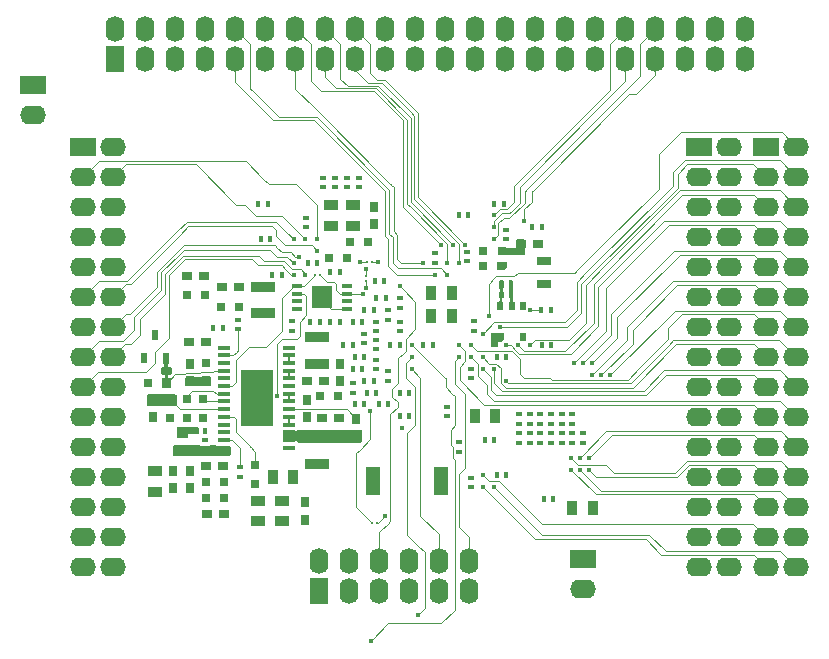
<source format=gbr>
G04 --- HEADER BEGIN --- *
G04 #@! TF.GenerationSoftware,LibrePCB,LibrePCB,1.1.0*
G04 #@! TF.CreationDate,2024-09-08T17:15:58*
G04 #@! TF.ProjectId,flasher,f4b07f79-14a2-4070-9d7d-1f686dcb10c4,v1*
G04 #@! TF.Part,Single*
G04 #@! TF.SameCoordinates*
G04 #@! TF.FileFunction,Copper,L13,Bot*
G04 #@! TF.FilePolarity,Positive*
%FSLAX66Y66*%
%MOMM*%
G01*
G75*
G04 --- HEADER END --- *
G04 --- APERTURE LIST BEGIN --- *
G04 #@! TA.AperFunction,SMDPad,CuDef*
%ADD10R,0.95X1.25*%
%ADD11R,0.4X0.5*%
%ADD12R,0.5X0.7*%
%ADD13R,1.05X0.45*%
%ADD14R,2.74X4.75*%
G04 #@! TA.AperFunction,ComponentPad*
%ADD15O,2.19X1.587*%
%ADD16R,2.19X1.587*%
G04 #@! TA.AperFunction,SMDPad,CuDef*
%ADD17R,0.5X0.4*%
%ADD18R,1.25X0.95*%
%ADD19R,2.0X0.95*%
%ADD20R,0.889X0.42*%
%ADD21R,1.68X1.88*%
%ADD22R,0.8X0.75*%
%ADD23R,0.8X0.7*%
%AMOUTLINE24*4,1,5,-0.35,0.4,0.125,0.4,0.35,0.175,0.35,-0.4,-0.35,-0.4,-0.35,0.4,270.0*%
%ADD24OUTLINE24*%
%ADD25R,0.75X0.8*%
%ADD26R,0.2X0.2*%
%ADD27R,0.85X0.8*%
%ADD28R,0.8X0.85*%
%ADD29R,1.25X0.75*%
G04 #@! TA.AperFunction,ComponentPad*
%ADD30O,1.587X2.19*%
%ADD31R,1.587X2.19*%
G04 #@! TA.AperFunction,SMDPad,CuDef*
%ADD32R,1.3X2.4*%
%ADD33R,0.56X0.95*%
G04 #@! TA.AperFunction,ViaPad*
%ADD34C,0.7*%
%ADD35C,0.4*%
G04 #@! TA.AperFunction,Conductor*
%ADD36C,0.08*%
%ADD37C,0.2*%
%ADD38C,0.01*%
G04 #@! TD*
G04 --- APERTURE LIST END --- *
G04 --- BOARD BEGIN --- *
D10*
G04 #@! TO.N,VCC3V3*
G04 #@! TO.C,C66*
G04 #@! TO.P,C66,1,1*
X14097000Y-13214000D03*
G04 #@! TO.N,GND*
G04 #@! TO.P,C66,2,2*
X15847000Y-13214000D03*
D11*
G04 #@! TO.N,VCC1V0*
G04 #@! TO.C,C43*
G04 #@! TO.P,C43,1,1*
X-1499000Y-4476000D03*
G04 #@! TO.N,GND*
G04 #@! TO.P,C43,2,2*
X-2299000Y-4476000D03*
G04 #@! TO.N,VCC1V0*
G04 #@! TO.C,C44*
G04 #@! TO.P,C44,1,1*
X-3500000Y-4475000D03*
G04 #@! TO.N,GND*
G04 #@! TO.P,C44,2,2*
X-4300000Y-4475000D03*
D12*
G04 #@! TO.N,CLK_29.5MHZ_RSET*
G04 #@! TO.C,XTAL2*
G04 #@! TO.P,XTAL2,3,SET*
X9917000Y3862000D03*
G04 #@! TO.N,CLK_3V3_29.5MHZ*
G04 #@! TO.P,XTAL2,5,OUT*
X8017000Y1242000D03*
G04 #@! TO.N,GND*
G04 #@! TO.P,XTAL2,4,DIV*
X9917000Y1242000D03*
G04 #@! TO.P,XTAL2,2,GND*
X8967000Y3862000D03*
G04 #@! TO.N,VCC3V3*
G04 #@! TO.P,XTAL2,1,V+*
X8017000Y3862000D03*
D11*
G04 #@! TO.N,VCC1V0*
G04 #@! TO.C,C71*
G04 #@! TO.P,C71,1,1*
X-500000Y-5480000D03*
G04 #@! TO.N,GND*
G04 #@! TO.P,C71,2,2*
X300000Y-5480000D03*
D13*
G04 #@! TO.N,BOOST2*
G04 #@! TO.C,VREG1*
G04 #@! TO.P,VREG1,20,BOOST2*
X-9855028Y-2925000D03*
G04 #@! TO.N,ITH2*
G04 #@! TO.P,VREG1,14,ITH2*
X-15405028Y325000D03*
G04 #@! TO.N,TRACKSS1*
G04 #@! TO.P,VREG1,2,TRACKSS1*
X-15405028Y-7475000D03*
G04 #@! TO.N,PGOOD2*
G04 #@! TO.P,VREG1,11,PGOOD2*
X-15405028Y-1625000D03*
G04 #@! TO.N,INT3V3*
G04 #@! TO.P,VREG1,22,INTVCC*
X-9855028Y-4225000D03*
G04 #@! TO.N,ITH1*
G04 #@! TO.P,VREG1,1,ITH1*
X-15405028Y-8125000D03*
G04 #@! TO.N,SW1*
G04 #@! TO.P,VREG1,26,SW1*
X-9855028Y-6825000D03*
G04 #@! TO.N,PGOOD*
G04 #@! TO.P,VREG1,9,RUN2*
X-15405028Y-2925000D03*
G04 #@! TO.N,INT3V3*
G04 #@! TO.P,VREG1,21,V2P5*
X-9855028Y-3575000D03*
G04 #@! TO.N,SW2*
G04 #@! TO.P,VREG1,17,SW_2*
X-9855028Y-975000D03*
G04 #@! TO.N,PHMODE*
G04 #@! TO.P,VREG1,5,PHMODE*
X-15405028Y-5525000D03*
G04 #@! TO.N,SW2*
G04 #@! TO.P,VREG1,16,SW2*
X-9855028Y-325000D03*
G04 #@! TO.N,VFB1*
G04 #@! TO.P,VREG1,3,VFB1*
X-15405028Y-6825000D03*
G04 #@! TO.N,+5V*
G04 #@! TO.P,VREG1,19,VIN_2*
X-9855028Y-2275000D03*
G04 #@! TO.N,VCC1V0*
G04 #@! TO.P,VREG1,28,VON1*
X-9855028Y-8125000D03*
G04 #@! TO.N,VCC3V3*
G04 #@! TO.P,VREG1,15,VON2*
X-9855028Y325000D03*
G04 #@! TO.N,BOOST1*
G04 #@! TO.P,VREG1,23,BOOST1*
X-9855028Y-4875000D03*
G04 #@! TO.N,TRACKSS2*
G04 #@! TO.P,VREG1,13,TRACKSS2*
X-15405028Y-325000D03*
G04 #@! TO.N,VFB2*
G04 #@! TO.P,VREG1,12,VFB2*
X-15405028Y-975000D03*
D14*
G04 #@! TO.N,GND*
G04 #@! TO.P,VREG1,29,PGND*
X-12630028Y-3900000D03*
D13*
G04 #@! TO.N,SW1*
G04 #@! TO.P,VREG1,27,SW_1*
X-9855028Y-7475000D03*
G04 #@! TO.N,+5V*
G04 #@! TO.P,VREG1,25,VIN_1*
X-9855028Y-6175000D03*
G04 #@! TO.N,N4*
G04 #@! TO.P,VREG1,6,RUN1*
X-15405028Y-4875000D03*
G04 #@! TO.N,PGOOD1*
G04 #@! TO.P,VREG1,4,PGOOD1*
X-15405028Y-6175000D03*
G04 #@! TO.N,+5V*
G04 #@! TO.P,VREG1,24,VIN1*
X-9855028Y-5525000D03*
G04 #@! TO.N,MODE/SYNC*
G04 #@! TO.P,VREG1,7,MODE/SYNC*
X-15405028Y-4225000D03*
G04 #@! TO.N,GND*
G04 #@! TO.P,VREG1,10,SGND*
X-15405028Y-2275000D03*
G04 #@! TO.N,RT*
G04 #@! TO.P,VREG1,8,RT*
X-15405028Y-3575000D03*
G04 #@! TO.N,+5V*
G04 #@! TO.P,VREG1,18,VIN2*
X-9855028Y-1625000D03*
D15*
G04 #@! TO.N,P64_1V8*
G04 #@! TO.C,J2*
G04 #@! TO.P,J2,24,24*
X-24804000Y-10630000D03*
G04 #@! TO.N,P45_1V8*
G04 #@! TO.P,J2,2,2*
X-24804000Y17310000D03*
G04 #@! TO.N,P55_1V8*
G04 #@! TO.P,J2,18,18*
X-24804000Y-3010000D03*
G04 #@! TO.N,P53_1V8*
G04 #@! TO.P,J2,8,8*
X-24804000Y9690000D03*
G04 #@! TO.N,P68_1V8*
G04 #@! TO.P,J2,15,15*
X-27344000Y-470000D03*
G04 #@! TO.N,P61_1V8*
G04 #@! TO.P,J2,3,3*
X-27344000Y14770000D03*
G04 #@! TO.N,P72_1V8*
G04 #@! TO.P,J2,14,14*
X-24804000Y2070000D03*
G04 #@! TO.N,P43_1V8*
G04 #@! TO.P,J2,6,6*
X-24804000Y12230000D03*
G04 #@! TO.N,P49_1V8*
G04 #@! TO.P,J2,22,22*
X-24804000Y-8090000D03*
G04 #@! TO.N,P65_1V8*
G04 #@! TO.P,J2,12,12*
X-24804000Y4610000D03*
G04 #@! TO.N,P62_1V8*
G04 #@! TO.P,J2,26,26*
X-24804000Y-13170000D03*
G04 #@! TO.N,P52_1V8*
G04 #@! TO.P,J2,9,9*
X-27344000Y7150000D03*
D16*
G04 #@! TO.N,P46_1V8*
G04 #@! TO.P,J2,1,1*
X-27344000Y17310000D03*
D15*
G04 #@! TO.N,P50_1V8*
G04 #@! TO.P,J2,23,23*
X-27344000Y-10630000D03*
G04 #@! TO.N,P56_1V8*
G04 #@! TO.P,J2,13,13*
X-27344000Y2070000D03*
G04 #@! TO.N,P58_1V8*
G04 #@! TO.P,J2,19,19*
X-27344000Y-5550000D03*
G04 #@! TO.N,P59_1V8*
G04 #@! TO.P,J2,11,11*
X-27344000Y4610000D03*
G04 #@! TO.N,P54_1V8*
G04 #@! TO.P,J2,7,7*
X-27344000Y9690000D03*
G04 #@! TO.N,P44_1V8*
G04 #@! TO.P,J2,5,5*
X-27344000Y12230000D03*
G04 #@! TO.N,P60_1V8*
G04 #@! TO.P,J2,4,4*
X-24804000Y14770000D03*
G04 #@! TO.N,P66_1V8*
G04 #@! TO.P,J2,28,28*
X-24804000Y-15710000D03*
G04 #@! TO.N,P69_1V8*
G04 #@! TO.P,J2,29,29*
X-27344000Y-18250000D03*
G04 #@! TO.N,P70_1V8*
G04 #@! TO.P,J2,17,17*
X-27344000Y-3010000D03*
G04 #@! TO.N,P51_1V8*
G04 #@! TO.P,J2,30,30*
X-24804000Y-18250000D03*
G04 #@! TO.N,P71_1V8*
G04 #@! TO.P,J2,16,16*
X-24804000Y-470000D03*
G04 #@! TO.N,P47_1V8*
G04 #@! TO.P,J2,20,20*
X-24804000Y-5550000D03*
G04 #@! TO.N,P48_1V8*
G04 #@! TO.P,J2,21,21*
X-27344000Y-8090000D03*
G04 #@! TO.N,P67_1V8*
G04 #@! TO.P,J2,27,27*
X-27344000Y-15710000D03*
G04 #@! TO.N,P57_1V8*
G04 #@! TO.P,J2,10,10*
X-24804000Y7150000D03*
G04 #@! TO.N,P63_1V8*
G04 #@! TO.P,J2,25,25*
X-27344000Y-13170000D03*
D11*
G04 #@! TO.N,VCC1V8*
G04 #@! TO.C,C59*
G04 #@! TO.P,C59,1,1*
X-11499000Y9522000D03*
G04 #@! TO.N,GND*
G04 #@! TO.P,C59,2,2*
X-12299000Y9522000D03*
D17*
G04 #@! TO.N,VCC3V3*
G04 #@! TO.C,C6*
G04 #@! TO.P,C6,1,1*
X3499000Y-5475000D03*
G04 #@! TO.N,GND*
G04 #@! TO.P,C6,2,2*
X3499000Y-4675000D03*
D18*
G04 #@! TO.N,VCC3V3*
G04 #@! TO.C,C24*
G04 #@! TO.P,C24,1,1*
X-6300000Y12375000D03*
G04 #@! TO.N,GND*
G04 #@! TO.P,C24,2,2*
X-6300000Y10625000D03*
D19*
G04 #@! TO.N,VCC1V8*
G04 #@! TO.C,L4*
G04 #@! TO.P,L4,2,2*
X-12098000Y5486000D03*
G04 #@! TO.N,SW*
G04 #@! TO.P,L4,1,1*
X-12098000Y3236000D03*
D11*
G04 #@! TO.N,VCC1V8*
G04 #@! TO.C,C78*
G04 #@! TO.P,C78,1,1*
X-4500000Y2525000D03*
G04 #@! TO.N,GND*
G04 #@! TO.P,C78,2,2*
X-3700000Y2525000D03*
D20*
G04 #@! TO.N,SW*
G04 #@! TO.C,VREG2*
G04 #@! TO.P,VREG2,1,SW*
X-9213028Y3611000D03*
G04 #@! TO.N,PGOOD*
G04 #@! TO.P,VREG2,4,PGOOD*
X-9213028Y5561000D03*
G04 #@! TO.N,MODE/SYNC/1.8V*
G04 #@! TO.P,VREG2,7,MODE/SYNC*
X-4993028Y4261000D03*
G04 #@! TO.N,FB*
G04 #@! TO.P,VREG2,5,FB*
X-4993028Y5561000D03*
G04 #@! TO.N,PGOOD1*
G04 #@! TO.P,VREG2,3,RUN*
X-9213028Y4911000D03*
G04 #@! TO.N,INTVCC*
G04 #@! TO.P,VREG2,6,INTVCC*
X-4993028Y4911000D03*
G04 #@! TO.N,GND*
G04 #@! TO.P,VREG2,8,SGND*
X-4993028Y3611000D03*
D21*
G04 #@! TO.P,VREG2,9,GND*
X-7103028Y4586000D03*
D20*
G04 #@! TO.N,+5V*
G04 #@! TO.P,VREG2,2,VIN*
X-9213028Y4261000D03*
D17*
G04 #@! TO.N,VCC1V0*
G04 #@! TO.C,C88*
G04 #@! TO.P,C88,1,1*
X9600000Y-6900000D03*
G04 #@! TO.N,GND*
G04 #@! TO.P,C88,2,2*
X9600000Y-7700000D03*
D22*
G04 #@! TO.N,ITH1*
G04 #@! TO.C,R10*
G04 #@! TO.P,R10,2,2*
X-18900000Y-8425000D03*
G04 #@! TO.N,ITH1_CAP*
G04 #@! TO.P,R10,1,1*
X-18900000Y-6875000D03*
D11*
G04 #@! TO.N,VCC3V3*
G04 #@! TO.C,C56*
G04 #@! TO.P,C56,1,1*
X8501000Y-471000D03*
G04 #@! TO.N,GND*
G04 #@! TO.P,C56,2,2*
X7701000Y-471000D03*
D23*
G04 #@! TO.N,CLK_27MHZ*
G04 #@! TO.C,OSC1*
G04 #@! TO.P,OSC1,3,OUT*
X6500000Y8524000D03*
G04 #@! TO.N,GND*
G04 #@! TO.P,OSC1,2,GND*
X6500000Y7274000D03*
G04 #@! TO.N,VCC1V8*
G04 #@! TO.P,OSC1,4,VDD*
X8150000Y8524000D03*
D24*
G04 #@! TO.N,N/C*
G04 #@! TO.P,OSC1,1,STDBY*
X8150000Y7274000D03*
D11*
G04 #@! TO.N,VCC3V3*
G04 #@! TO.C,C53*
G04 #@! TO.P,C53,1,1*
X11457000Y3528000D03*
G04 #@! TO.N,GND*
G04 #@! TO.P,C53,2,2*
X12257000Y3528000D03*
G04 #@! TO.N,VCC1V0*
G04 #@! TO.C,C40*
G04 #@! TO.P,C40,1,1*
X-3501000Y-2475000D03*
G04 #@! TO.N,GND*
G04 #@! TO.P,C40,2,2*
X-2701000Y-2475000D03*
D19*
G04 #@! TO.N,VCC1V0*
G04 #@! TO.C,L2*
G04 #@! TO.P,L2,2,2*
X-7500000Y-9525000D03*
G04 #@! TO.N,SW1*
G04 #@! TO.P,L2,1,1*
X-7500000Y-7275000D03*
D17*
G04 #@! TO.N,VCC1V8*
G04 #@! TO.C,C99*
G04 #@! TO.P,C99,1,1*
X-7000000Y14700000D03*
G04 #@! TO.N,GND*
G04 #@! TO.P,C99,2,2*
X-7000000Y13900000D03*
D18*
G04 #@! TO.N,VCC1V0*
G04 #@! TO.C,C18*
G04 #@! TO.P,C18,1,1*
X-12500000Y-12625000D03*
G04 #@! TO.N,GND*
G04 #@! TO.P,C18,2,2*
X-12500000Y-14375000D03*
D11*
G04 #@! TO.N,VCC1V8*
G04 #@! TO.C,C32*
G04 #@! TO.P,C32,1,1*
X-6393000Y2500000D03*
G04 #@! TO.N,FB*
G04 #@! TO.P,C32,2,2*
X-5593000Y2500000D03*
D17*
G04 #@! TO.N,VCC1V8*
G04 #@! TO.C,C75*
G04 #@! TO.P,C75,1,1*
X-4500000Y-3475000D03*
G04 #@! TO.N,GND*
G04 #@! TO.P,C75,2,2*
X-4500000Y-2675000D03*
G04 #@! TO.N,VCC1V0*
G04 #@! TO.C,C90*
G04 #@! TO.P,C90,1,1*
X11400000Y-6900000D03*
G04 #@! TO.N,GND*
G04 #@! TO.P,C90,2,2*
X11400000Y-7700000D03*
D25*
G04 #@! TO.N,VCC1V8*
G04 #@! TO.C,R18*
G04 #@! TO.P,R18,2,2*
X-3157000Y9240000D03*
G04 #@! TO.N,FB*
G04 #@! TO.P,R18,1,1*
X-4707000Y9240000D03*
G04 #@! TO.N,VFB2*
G04 #@! TO.C,R14*
G04 #@! TO.P,R14,2,2*
X-18555000Y4824000D03*
G04 #@! TO.N,GND*
G04 #@! TO.P,R14,1,1*
X-17005000Y4824000D03*
D17*
G04 #@! TO.N,VCC1V0*
G04 #@! TO.C,C47*
G04 #@! TO.P,C47,1,1*
X-3500000Y1525000D03*
G04 #@! TO.N,GND*
G04 #@! TO.P,C47,2,2*
X-3500000Y725000D03*
G04 #@! TO.N,VCC1V0*
G04 #@! TO.C,C91*
G04 #@! TO.P,C91,1,1*
X12300000Y-6900000D03*
G04 #@! TO.N,GND*
G04 #@! TO.P,C91,2,2*
X12300000Y-7700000D03*
G04 #@! TO.N,VCC1V0*
G04 #@! TO.C,C92*
G04 #@! TO.P,C92,1,1*
X13200000Y-6900000D03*
G04 #@! TO.N,GND*
G04 #@! TO.P,C92,2,2*
X13200000Y-7700000D03*
G04 #@! TO.N,VCC1V8*
G04 #@! TO.C,C54*
G04 #@! TO.P,C54,1,1*
X-8470000Y10507000D03*
G04 #@! TO.N,GND*
G04 #@! TO.P,C54,2,2*
X-8470000Y11307000D03*
D22*
G04 #@! TO.N,RT*
G04 #@! TO.C,R4*
G04 #@! TO.P,R4,2,2*
X-18560000Y-4055000D03*
G04 #@! TO.N,GND*
G04 #@! TO.P,R4,1,1*
X-18560000Y-5605000D03*
D26*
G04 #@! TO.N,INTVCC*
G04 #@! TO.C,R15*
G04 #@! TO.P,R15,1,1*
X-3400000Y6000000D03*
G04 #@! TO.N,MODE/SYNC/1.8V*
G04 #@! TO.P,R15,2,2*
X-3400000Y6400000D03*
D17*
G04 #@! TO.N,TRACKSS1*
G04 #@! TO.C,C14*
G04 #@! TO.P,C14,1,1*
X-14000000Y-9800000D03*
G04 #@! TO.N,GND*
G04 #@! TO.P,C14,2,2*
X-14000000Y-10600000D03*
G04 #@! TO.N,VCC1V0*
G04 #@! TO.C,C4*
G04 #@! TO.P,C4,1,1*
X-1476000Y3500000D03*
G04 #@! TO.N,GND*
G04 #@! TO.P,C4,2,2*
X-1476000Y2700000D03*
D11*
G04 #@! TO.N,VCC1V0*
G04 #@! TO.C,C72*
G04 #@! TO.P,C72,1,1*
X-501000Y-3476000D03*
G04 #@! TO.N,GND*
G04 #@! TO.P,C72,2,2*
X299000Y-3476000D03*
D22*
G04 #@! TO.N,PHMODE*
G04 #@! TO.C,R7*
G04 #@! TO.P,R7,2,2*
X-12735000Y-9625000D03*
G04 #@! TO.N,GND*
G04 #@! TO.P,R7,1,1*
X-12735000Y-11175000D03*
D27*
G04 #@! TO.N,VFB2*
G04 #@! TO.C,C22*
G04 #@! TO.P,C22,2,2*
X-17070000Y6385000D03*
G04 #@! TO.N,VCC3V3*
G04 #@! TO.P,C22,1,1*
X-18520000Y6385000D03*
D17*
G04 #@! TO.N,VCC1V8*
G04 #@! TO.C,C102*
G04 #@! TO.P,C102,1,1*
X-4000000Y14700000D03*
G04 #@! TO.N,GND*
G04 #@! TO.P,C102,2,2*
X-4000000Y13900000D03*
G04 #@! TO.N,TRACKSS2*
G04 #@! TO.C,C37*
G04 #@! TO.P,C37,1,1*
X-14200000Y1900000D03*
G04 #@! TO.N,GND*
G04 #@! TO.P,C37,2,2*
X-14200000Y2700000D03*
D11*
G04 #@! TO.N,VCC3V3*
G04 #@! TO.C,C94*
G04 #@! TO.P,C94,1,1*
X12500000Y-12475000D03*
G04 #@! TO.N,GND*
G04 #@! TO.P,C94,2,2*
X11700000Y-12475000D03*
D25*
G04 #@! TO.N,VCC1V0*
G04 #@! TO.C,R11*
G04 #@! TO.P,R11,2,2*
X-16948000Y-11056000D03*
G04 #@! TO.N,VFB1*
G04 #@! TO.P,R11,1,1*
X-15398000Y-11056000D03*
D26*
G04 #@! TO.N,VCC3V3*
G04 #@! TO.C,R28*
G04 #@! TO.P,R28,1,1*
X-2418000Y-14538000D03*
G04 #@! TO.N,INIT_B*
G04 #@! TO.P,R28,2,2*
X-2818000Y-14538000D03*
D17*
G04 #@! TO.N,VCC1V0*
G04 #@! TO.C,C87*
G04 #@! TO.P,C87,1,1*
X14100000Y-5300000D03*
G04 #@! TO.N,GND*
G04 #@! TO.P,C87,2,2*
X14100000Y-6100000D03*
D28*
G04 #@! TO.C,C36*
G04 #@! TO.P,C36,2,2*
X-19670000Y-11527972D03*
G04 #@! TO.N,VCC1V8*
G04 #@! TO.P,C36,1,1*
X-19670000Y-10077972D03*
D18*
G04 #@! TO.C,C34*
G04 #@! TO.P,C34,1,1*
X-21270000Y-10128000D03*
G04 #@! TO.N,GND*
G04 #@! TO.P,C34,2,2*
X-21270000Y-11878000D03*
D28*
G04 #@! TO.N,BOOST1*
G04 #@! TO.C,C15*
G04 #@! TO.P,C15,2,2*
X-4200000Y-5675000D03*
G04 #@! TO.N,SW1*
G04 #@! TO.P,C15,1,1*
X-4200000Y-7125000D03*
D17*
G04 #@! TO.N,VCC1V8*
G04 #@! TO.C,C65*
G04 #@! TO.P,C65,1,1*
X5200000Y8427000D03*
G04 #@! TO.N,GND*
G04 #@! TO.P,C65,2,2*
X5200000Y7627000D03*
D18*
G04 #@! TO.N,VCC3V3*
G04 #@! TO.C,C25*
G04 #@! TO.P,C25,1,1*
X-4500000Y12375000D03*
G04 #@! TO.N,GND*
G04 #@! TO.P,C25,2,2*
X-4500000Y10625000D03*
D28*
G04 #@! TO.N,SW2*
G04 #@! TO.C,C21*
G04 #@! TO.P,C21,2,2*
X-5600000Y-1075000D03*
G04 #@! TO.N,BOOST2*
G04 #@! TO.P,C21,1,1*
X-5600000Y-2525000D03*
D17*
G04 #@! TO.N,VCC1V0*
G04 #@! TO.C,C84*
G04 #@! TO.P,C84,1,1*
X11400000Y-5300000D03*
G04 #@! TO.N,GND*
G04 #@! TO.P,C84,2,2*
X11400000Y-6100000D03*
D26*
G04 #@! TO.N,PGOOD*
G04 #@! TO.C,R17*
G04 #@! TO.P,R17,1,1*
X-7670000Y6490000D03*
G04 #@! TO.N,INTVCC*
G04 #@! TO.P,R17,2,2*
X-7270000Y6490000D03*
D11*
G04 #@! TO.N,VFB2*
G04 #@! TO.C,C23*
G04 #@! TO.P,C23,1,1*
X-15495000Y1975000D03*
G04 #@! TO.N,GND*
G04 #@! TO.P,C23,2,2*
X-16295000Y1975000D03*
D17*
G04 #@! TO.N,VCC1V8*
G04 #@! TO.C,C100*
G04 #@! TO.P,C100,1,1*
X-6000000Y14700000D03*
G04 #@! TO.N,GND*
G04 #@! TO.P,C100,2,2*
X-6000000Y13900000D03*
D11*
G04 #@! TO.N,VCC1V0*
G04 #@! TO.C,C41*
G04 #@! TO.P,C41,1,1*
X-3500000Y-475000D03*
G04 #@! TO.N,GND*
G04 #@! TO.P,C41,2,2*
X-4300000Y-475000D03*
D22*
G04 #@! TO.N,+5V*
G04 #@! TO.C,R3*
G04 #@! TO.P,R3,2,2*
X-19934000Y-5605000D03*
G04 #@! TO.N,N4*
G04 #@! TO.P,R3,1,1*
X-19934000Y-4055000D03*
D17*
G04 #@! TO.N,VCC1V0*
G04 #@! TO.C,C82*
G04 #@! TO.P,C82,1,1*
X13200000Y-5300000D03*
G04 #@! TO.N,GND*
G04 #@! TO.P,C82,2,2*
X13200000Y-6100000D03*
D25*
G04 #@! TO.N,VFB1*
G04 #@! TO.C,R12*
G04 #@! TO.P,R12,2,2*
X-15398000Y-12387000D03*
G04 #@! TO.N,GND*
G04 #@! TO.P,R12,1,1*
X-16948000Y-12387000D03*
D28*
G04 #@! TO.C,C9*
G04 #@! TO.P,C9,2,2*
X-8400000Y-5525000D03*
G04 #@! TO.N,INT3V3*
G04 #@! TO.P,C9,1,1*
X-8400000Y-4075000D03*
D15*
G04 #@! TO.N,GND*
G04 #@! TO.C,J4*
G04 #@! TO.P,J4,2,2*
X-31589000Y19991000D03*
D16*
G04 #@! TO.N,+5V*
G04 #@! TO.P,J4,1,1*
X-31589000Y22531000D03*
D17*
G04 #@! TO.N,VCC1V8*
G04 #@! TO.C,C98*
G04 #@! TO.P,C98,1,1*
X-2500000Y-700000D03*
G04 #@! TO.N,GND*
G04 #@! TO.P,C98,2,2*
X-2500000Y-1500000D03*
D11*
G04 #@! TO.N,VCC3V3*
G04 #@! TO.C,C60*
G04 #@! TO.P,C60,1,1*
X8500000Y-10472000D03*
G04 #@! TO.N,GND*
G04 #@! TO.P,C60,2,2*
X7700000Y-10472000D03*
D27*
G04 #@! TO.C,C30*
G04 #@! TO.P,C30,2,2*
X-15538000Y5461000D03*
G04 #@! TO.N,+5V*
G04 #@! TO.P,C30,1,1*
X-14088000Y5461000D03*
D11*
G04 #@! TO.N,GND*
G04 #@! TO.C,C31*
G04 #@! TO.P,C31,1,1*
X-1817000Y5959000D03*
G04 #@! TO.N,INTVCC*
G04 #@! TO.P,C31,2,2*
X-2617000Y5959000D03*
D25*
G04 #@! TO.N,PGOOD1*
G04 #@! TO.C,R5*
G04 #@! TO.P,R5,2,2*
X-5725000Y-3800000D03*
G04 #@! TO.N,INT3V3*
G04 #@! TO.P,R5,1,1*
X-7275000Y-3800000D03*
D22*
G04 #@! TO.N,MODE/SYNC*
G04 #@! TO.C,R8*
G04 #@! TO.P,R8,2,2*
X-17200000Y-4055000D03*
G04 #@! TO.N,GND*
G04 #@! TO.P,R8,1,1*
X-17200000Y-5605000D03*
D17*
G04 #@! TO.N,VCC1V0*
G04 #@! TO.C,C1*
G04 #@! TO.P,C1,1,1*
X-2499000Y2524000D03*
G04 #@! TO.N,GND*
G04 #@! TO.P,C1,2,2*
X-2499000Y1724000D03*
D25*
G04 #@! TO.N,FB*
G04 #@! TO.C,R19*
G04 #@! TO.P,R19,2,2*
X-4953000Y7920000D03*
G04 #@! TO.N,GND*
G04 #@! TO.P,R19,1,1*
X-6503000Y7920000D03*
D17*
G04 #@! TO.N,VCC1V0*
G04 #@! TO.C,C2*
G04 #@! TO.P,C2,1,1*
X-474000Y4500000D03*
G04 #@! TO.N,GND*
G04 #@! TO.P,C2,2,2*
X-474000Y3700000D03*
D28*
G04 #@! TO.C,C20*
G04 #@! TO.P,C20,2,2*
X-8500000Y-14225000D03*
G04 #@! TO.N,VCC1V0*
G04 #@! TO.P,C20,1,1*
X-8500000Y-12775000D03*
D11*
G04 #@! TO.N,VCC1V8*
G04 #@! TO.C,C69*
G04 #@! TO.P,C69,1,1*
X-7493000Y7523000D03*
G04 #@! TO.N,GND*
G04 #@! TO.P,C69,2,2*
X-8293000Y7523000D03*
D27*
G04 #@! TO.N,VFB1*
G04 #@! TO.C,C16*
G04 #@! TO.P,C16,2,2*
X-15377000Y-13714000D03*
G04 #@! TO.N,VCC1V0*
G04 #@! TO.P,C16,1,1*
X-16827000Y-13714000D03*
D15*
G04 #@! TO.N,P38_3V3*
G04 #@! TO.C,J6*
G04 #@! TO.P,J6,26,26*
X27340000Y-13170000D03*
G04 #@! TO.N,P1_3V3*
G04 #@! TO.P,J6,4,4*
X27340000Y14770000D03*
G04 #@! TO.N,P24_3V3*
G04 #@! TO.P,J6,14,14*
X27340000Y2070000D03*
G04 #@! TO.N,P44_3V3*
G04 #@! TO.P,J6,21,21*
X24800000Y-8090000D03*
G04 #@! TO.N,P2_3V3*
G04 #@! TO.P,J6,6,6*
X27340000Y12230000D03*
G04 #@! TO.N,P26_3V3*
G04 #@! TO.P,J6,11,11*
X24800000Y4610000D03*
G04 #@! TO.N,P40_3V3*
G04 #@! TO.P,J6,28,28*
X27340000Y-15710000D03*
G04 #@! TO.N,P22_3V3*
G04 #@! TO.P,J6,16,16*
X27340000Y-470000D03*
G04 #@! TO.N,P48_3V3*
G04 #@! TO.P,J6,17,17*
X24800000Y-3010000D03*
G04 #@! TO.N,P7_3V3*
G04 #@! TO.P,J6,9,9*
X24800000Y7150000D03*
G04 #@! TO.N,P23_3V3*
G04 #@! TO.P,J6,13,13*
X24800000Y2070000D03*
G04 #@! TO.N,P3_3V3*
G04 #@! TO.P,J6,5,5*
X24800000Y12230000D03*
G04 #@! TO.N,P0_3V3*
G04 #@! TO.P,J6,2,2*
X27340000Y17310000D03*
G04 #@! TO.N,P45_3V3*
G04 #@! TO.P,J6,22,22*
X27340000Y-8090000D03*
G04 #@! TO.N,P35_3V3*
G04 #@! TO.P,J6,23,23*
X24800000Y-10630000D03*
G04 #@! TO.N,P37_3V3*
G04 #@! TO.P,J6,25,25*
X24800000Y-13170000D03*
G04 #@! TO.N,P9_3V3*
G04 #@! TO.P,J6,8,8*
X27340000Y9690000D03*
G04 #@! TO.N,P43_3V3*
G04 #@! TO.P,J6,18,18*
X27340000Y-3010000D03*
G04 #@! TO.N,P6_3V3*
G04 #@! TO.P,J6,7,7*
X24800000Y9690000D03*
G04 #@! TO.N,P49_3V3*
G04 #@! TO.P,J6,20,20*
X27340000Y-5550000D03*
G04 #@! TO.N,N/C*
G04 #@! TO.P,J6,15,15*
X24800000Y-470000D03*
G04 #@! TO.N,GND*
G04 #@! TO.P,J6,30,30*
X27340000Y-18250000D03*
D16*
G04 #@! TO.N,P5_3V3*
G04 #@! TO.P,J6,1,1*
X24800000Y17310000D03*
D15*
G04 #@! TO.N,P4_3V3*
G04 #@! TO.P,J6,3,3*
X24800000Y14770000D03*
G04 #@! TO.N,P8_3V3*
G04 #@! TO.P,J6,10,10*
X27340000Y7150000D03*
G04 #@! TO.N,P25_3V3*
G04 #@! TO.P,J6,12,12*
X27340000Y4610000D03*
G04 #@! TO.N,VCC3V3*
G04 #@! TO.P,J6,29,29*
X24800000Y-18250000D03*
G04 #@! TO.N,P42_3V3*
G04 #@! TO.P,J6,19,19*
X24800000Y-5550000D03*
G04 #@! TO.N,P41_3V3*
G04 #@! TO.P,J6,27,27*
X24800000Y-15710000D03*
G04 #@! TO.N,P36_3V3*
G04 #@! TO.P,J6,24,24*
X27340000Y-10630000D03*
D11*
G04 #@! TO.N,VCC1V8*
G04 #@! TO.C,C63*
G04 #@! TO.P,C63,1,1*
X7500000Y12524000D03*
G04 #@! TO.N,GND*
G04 #@! TO.P,C63,2,2*
X8300000Y12524000D03*
D27*
G04 #@! TO.C,C39*
G04 #@! TO.P,C39,2,2*
X11175000Y9124000D03*
G04 #@! TO.N,VCC1V8*
G04 #@! TO.P,C39,1,1*
X9725000Y9124000D03*
D10*
G04 #@! TO.N,VCC3V3*
G04 #@! TO.C,C49*
G04 #@! TO.P,C49,1,1*
X5825000Y-5476000D03*
G04 #@! TO.N,GND*
G04 #@! TO.P,C49,2,2*
X7575000Y-5476000D03*
D17*
G04 #@! TO.N,VCC1V8*
G04 #@! TO.C,C62*
G04 #@! TO.P,C62,1,1*
X2500000Y7525000D03*
G04 #@! TO.N,GND*
G04 #@! TO.P,C62,2,2*
X2500000Y8325000D03*
G04 #@! TO.N,VCC1V0*
G04 #@! TO.C,C46*
G04 #@! TO.P,C46,1,1*
X-500000Y2524000D03*
G04 #@! TO.N,GND*
G04 #@! TO.P,C46,2,2*
X-500000Y1724000D03*
D27*
G04 #@! TO.C,C28*
G04 #@! TO.P,C28,2,2*
X-5613000Y-5641000D03*
G04 #@! TO.N,+5V*
G04 #@! TO.P,C28,1,1*
X-7063000Y-5641000D03*
D11*
G04 #@! TO.N,ITH1_CAP*
G04 #@! TO.C,C13*
G04 #@! TO.P,C13,1,1*
X-17800000Y-6700000D03*
G04 #@! TO.N,GND*
G04 #@! TO.P,C13,2,2*
X-17000000Y-6700000D03*
D17*
G04 #@! TO.N,VCC1V8*
G04 #@! TO.C,C79*
G04 #@! TO.P,C79,1,1*
X-9618000Y2549000D03*
G04 #@! TO.N,GND*
G04 #@! TO.P,C79,2,2*
X-9618000Y1749000D03*
D11*
G04 #@! TO.N,VCC1V8*
G04 #@! TO.C,C64*
G04 #@! TO.P,C64,1,1*
X11500000Y10524000D03*
G04 #@! TO.N,GND*
G04 #@! TO.P,C64,2,2*
X10700000Y10524000D03*
D25*
G04 #@! TO.N,VCC3V3*
G04 #@! TO.C,R21*
G04 #@! TO.P,R21,2,2*
X-21800000Y-2650000D03*
G04 #@! TO.N,PGOOD2*
G04 #@! TO.P,R21,1,1*
X-20250000Y-2650000D03*
D29*
G04 #@! TO.N,VCC3V3*
G04 #@! TO.C,R27*
G04 #@! TO.P,R27,2,2*
X11665000Y7674000D03*
G04 #@! TO.N,CLK_29.5MHZ_RSET*
G04 #@! TO.P,R27,1,1*
X11665000Y5724000D03*
D11*
G04 #@! TO.N,VCC1V0*
G04 #@! TO.C,C5*
G04 #@! TO.P,C5,1,1*
X-3501000Y3525000D03*
G04 #@! TO.N,GND*
G04 #@! TO.P,C5,2,2*
X-2701000Y3525000D03*
D17*
G04 #@! TO.N,ITH1*
G04 #@! TO.C,C12*
G04 #@! TO.P,C12,1,1*
X-17000000Y-8300000D03*
G04 #@! TO.N,GND*
G04 #@! TO.P,C12,2,2*
X-17000000Y-7500000D03*
D10*
G04 #@! TO.N,VCC1V8*
G04 #@! TO.C,C8*
G04 #@! TO.P,C8,1,1*
X3875000Y5000000D03*
G04 #@! TO.N,GND*
G04 #@! TO.P,C8,2,2*
X2125000Y5000000D03*
D17*
G04 #@! TO.N,VCC1V0*
G04 #@! TO.C,C86*
G04 #@! TO.P,C86,1,1*
X9600000Y-5300000D03*
G04 #@! TO.N,GND*
G04 #@! TO.P,C86,2,2*
X9600000Y-6100000D03*
G04 #@! TO.N,VCC1V0*
G04 #@! TO.C,C81*
G04 #@! TO.P,C81,1,1*
X15000000Y-6900000D03*
G04 #@! TO.N,GND*
G04 #@! TO.P,C81,2,2*
X15000000Y-7700000D03*
D11*
G04 #@! TO.N,VCC1V8*
G04 #@! TO.C,C68*
G04 #@! TO.P,C68,1,1*
X-12500000Y12522000D03*
G04 #@! TO.N,GND*
G04 #@! TO.P,C68,2,2*
X-11700000Y12522000D03*
D28*
G04 #@! TO.C,C11*
G04 #@! TO.P,C11,2,2*
X-18300000Y-1025000D03*
G04 #@! TO.N,ITH2_CAP*
G04 #@! TO.P,C11,1,1*
X-18300000Y-2475000D03*
D11*
G04 #@! TO.N,VCC1V8*
G04 #@! TO.C,C50*
G04 #@! TO.P,C50,1,1*
X-10500000Y6524000D03*
G04 #@! TO.N,GND*
G04 #@! TO.P,C50,2,2*
X-11300000Y6524000D03*
G04 #@! TO.N,VCC1V8*
G04 #@! TO.C,C70*
G04 #@! TO.P,C70,1,1*
X-8100000Y2500000D03*
G04 #@! TO.N,GND*
G04 #@! TO.P,C70,2,2*
X-7300000Y2500000D03*
G04 #@! TO.N,VCC3V3*
G04 #@! TO.C,C38*
G04 #@! TO.P,C38,1,1*
X8092000Y4812000D03*
G04 #@! TO.N,GND*
G04 #@! TO.P,C38,2,2*
X8892000Y4812000D03*
D26*
G04 #@! TO.C,R16*
G04 #@! TO.P,R16,1,1*
X-2900000Y7600000D03*
G04 #@! TO.N,MODE/SYNC/1.8V*
G04 #@! TO.P,R16,2,2*
X-3300000Y7600000D03*
D17*
G04 #@! TO.N,VCC1V0*
G04 #@! TO.C,C93*
G04 #@! TO.P,C93,1,1*
X14100000Y-6900000D03*
G04 #@! TO.N,GND*
G04 #@! TO.P,C93,2,2*
X14100000Y-7700000D03*
D11*
G04 #@! TO.N,VCC1V8*
G04 #@! TO.C,C77*
G04 #@! TO.P,C77,1,1*
X-4500000Y524000D03*
G04 #@! TO.N,GND*
G04 #@! TO.P,C77,2,2*
X-5300000Y524000D03*
D30*
G04 #@! TO.N,P29_1V8*
G04 #@! TO.C,J1*
G04 #@! TO.P,J1,42,42*
X26202000Y27340000D03*
G04 #@! TO.N,P41_1V8*
G04 #@! TO.P,J1,9,9*
X-14438000Y24800000D03*
G04 #@! TO.N,P0_1V8*
G04 #@! TO.P,J1,6,6*
X-19518000Y27340000D03*
G04 #@! TO.N,P30_1V8*
G04 #@! TO.P,J1,41,41*
X26202000Y24800000D03*
G04 #@! TO.N,P7_1V8*
G04 #@! TO.P,J1,19,19*
X-1738000Y24800000D03*
G04 #@! TO.N,P11_1V8*
G04 #@! TO.P,J1,26,26*
X5882000Y27340000D03*
G04 #@! TO.N,P1_1V8*
G04 #@! TO.P,J1,5,5*
X-19518000Y24800000D03*
G04 #@! TO.N,P40_1V8*
G04 #@! TO.P,J1,17,17*
X-4278000Y24800000D03*
G04 #@! TO.N,GND*
G04 #@! TO.P,J1,44,44*
X28742000Y27340000D03*
G04 #@! TO.N,P6_1V8*
G04 #@! TO.P,J1,8,8*
X-16978000Y27340000D03*
G04 #@! TO.N,P27_1V8*
G04 #@! TO.P,J1,40,40*
X23662000Y27340000D03*
G04 #@! TO.N,P22_1V8*
G04 #@! TO.P,J1,30,30*
X10962000Y27340000D03*
G04 #@! TO.N,P23_1V8*
G04 #@! TO.P,J1,31,31*
X13502000Y24800000D03*
D31*
G04 #@! TO.N,P34_1V8*
G04 #@! TO.P,J1,1,1*
X-24598000Y24800000D03*
D30*
G04 #@! TO.N,P21_1V8*
G04 #@! TO.P,J1,29,29*
X10962000Y24800000D03*
G04 #@! TO.N,P31_1V8*
G04 #@! TO.P,J1,34,34*
X16042000Y27340000D03*
G04 #@! TO.N,P32_1V8*
G04 #@! TO.P,J1,3,3*
X-22058000Y24800000D03*
G04 #@! TO.N,P12_1V8*
G04 #@! TO.P,J1,25,25*
X5882000Y24800000D03*
G04 #@! TO.N,P17_1V8*
G04 #@! TO.P,J1,24,24*
X3342000Y27340000D03*
G04 #@! TO.N,P33_1V8*
G04 #@! TO.P,J1,2,2*
X-24598000Y27340000D03*
G04 #@! TO.N,P20_1V8*
G04 #@! TO.P,J1,28,28*
X8422000Y27340000D03*
G04 #@! TO.N,P37_1V8*
G04 #@! TO.P,J1,16,16*
X-6818000Y27340000D03*
G04 #@! TO.N,P13_1V8*
G04 #@! TO.P,J1,22,22*
X802000Y27340000D03*
G04 #@! TO.N,P14_1V8*
G04 #@! TO.P,J1,38,38*
X21122000Y27340000D03*
G04 #@! TO.N,VCC1V8*
G04 #@! TO.P,J1,43,43*
X28742000Y24800000D03*
G04 #@! TO.N,P35_1V8*
G04 #@! TO.P,J1,13,13*
X-9358000Y24800000D03*
G04 #@! TO.N,P25_1V8*
G04 #@! TO.P,J1,33,33*
X16042000Y24800000D03*
G04 #@! TO.N,P2_1V8*
G04 #@! TO.P,J1,4,4*
X-22058000Y27340000D03*
G04 #@! TO.N,P19_1V8*
G04 #@! TO.P,J1,27,27*
X8422000Y24800000D03*
G04 #@! TO.N,P3_1V8*
G04 #@! TO.P,J1,7,7*
X-16978000Y24800000D03*
G04 #@! TO.N,P4_1V8*
G04 #@! TO.P,J1,11,11*
X-11898000Y24800000D03*
G04 #@! TO.N,P15_1V8*
G04 #@! TO.P,J1,35,35*
X18582000Y24800000D03*
G04 #@! TO.N,P8_1V8*
G04 #@! TO.P,J1,20,20*
X-1738000Y27340000D03*
G04 #@! TO.N,P28_1V8*
G04 #@! TO.P,J1,37,37*
X21122000Y24800000D03*
G04 #@! TO.N,P10_1V8*
G04 #@! TO.P,J1,21,21*
X802000Y24800000D03*
G04 #@! TO.N,P38_1V8*
G04 #@! TO.P,J1,18,18*
X-4278000Y27340000D03*
G04 #@! TO.N,P16_1V8*
G04 #@! TO.P,J1,36,36*
X18582000Y27340000D03*
G04 #@! TO.N,P18_1V8*
G04 #@! TO.P,J1,23,23*
X3342000Y24800000D03*
G04 #@! TO.N,P39_1V8*
G04 #@! TO.P,J1,15,15*
X-6818000Y24800000D03*
G04 #@! TO.N,P24_1V8*
G04 #@! TO.P,J1,32,32*
X13502000Y27340000D03*
G04 #@! TO.N,P9_1V8*
G04 #@! TO.P,J1,12,12*
X-11898000Y27340000D03*
G04 #@! TO.N,P36_1V8*
G04 #@! TO.P,J1,14,14*
X-9358000Y27340000D03*
G04 #@! TO.N,P26_1V8*
G04 #@! TO.P,J1,39,39*
X23662000Y24800000D03*
G04 #@! TO.N,P42_1V8*
G04 #@! TO.P,J1,10,10*
X-14438000Y27340000D03*
D28*
G04 #@! TO.N,GND*
G04 #@! TO.C,C95*
G04 #@! TO.P,C95,2,2*
X-21400000Y-5555000D03*
G04 #@! TO.N,N4*
G04 #@! TO.P,C95,1,1*
X-21400000Y-4105000D03*
D11*
G04 #@! TO.N,VCC1V8*
G04 #@! TO.C,C76*
G04 #@! TO.P,C76,1,1*
X-4500000Y-1475000D03*
G04 #@! TO.N,GND*
G04 #@! TO.P,C76,2,2*
X-3700000Y-1475000D03*
D27*
G04 #@! TO.C,C27*
G04 #@! TO.P,C27,2,2*
X-6943000Y-2489000D03*
G04 #@! TO.N,+5V*
G04 #@! TO.P,C27,1,1*
X-8393000Y-2489000D03*
D11*
G04 #@! TO.N,VCC1V0*
G04 #@! TO.C,C3*
G04 #@! TO.P,C3,1,1*
X-2501000Y4525000D03*
G04 #@! TO.N,GND*
G04 #@! TO.P,C3,2,2*
X-1701000Y4525000D03*
D17*
G04 #@! TO.N,VCC3V3*
G04 #@! TO.C,C52*
G04 #@! TO.P,C52,1,1*
X5501000Y-11476000D03*
G04 #@! TO.N,GND*
G04 #@! TO.P,C52,2,2*
X5501000Y-10676000D03*
G04 #@! TO.N,VCC3V3*
G04 #@! TO.C,C58*
G04 #@! TO.P,C58,1,1*
X5809000Y2564000D03*
G04 #@! TO.N,GND*
G04 #@! TO.P,C58,2,2*
X5809000Y1764000D03*
D18*
G04 #@! TO.N,VCC1V0*
G04 #@! TO.C,C19*
G04 #@! TO.P,C19,1,1*
X-10500000Y-12625000D03*
G04 #@! TO.N,GND*
G04 #@! TO.P,C19,2,2*
X-10500000Y-14375000D03*
D27*
G04 #@! TO.C,C17*
G04 #@! TO.P,C17,2,2*
X-16927000Y-9723000D03*
G04 #@! TO.N,VFB1*
G04 #@! TO.P,C17,1,1*
X-15477000Y-9723000D03*
D17*
G04 #@! TO.N,VCC1V8*
G04 #@! TO.C,C51*
G04 #@! TO.P,C51,1,1*
X8500000Y9525000D03*
G04 #@! TO.N,GND*
G04 #@! TO.P,C51,2,2*
X8500000Y10325000D03*
D32*
G04 #@! TO.C,C80*
G04 #@! TO.P,C80,2,-*
X-2775000Y-11000000D03*
G04 #@! TO.N,VCC1V0*
G04 #@! TO.P,C80,1,+*
X2975000Y-11000000D03*
D17*
G04 #@! TO.N,VCC3V3*
G04 #@! TO.C,C7*
G04 #@! TO.P,C7,1,1*
X4499000Y-8472000D03*
G04 #@! TO.N,GND*
G04 #@! TO.P,C7,2,2*
X4499000Y-7672000D03*
G04 #@! TO.N,VCC3V3*
G04 #@! TO.C,C55*
G04 #@! TO.P,C55,1,1*
X5499000Y-1475000D03*
G04 #@! TO.N,GND*
G04 #@! TO.P,C55,2,2*
X5499000Y-2275000D03*
D15*
G04 #@! TO.C,J8*
G04 #@! TO.P,J8,2,2*
X15040000Y-20070000D03*
D16*
G04 #@! TO.N,PROGRAM_B*
G04 #@! TO.P,J8,1,1*
X15040000Y-17530000D03*
D28*
G04 #@! TO.N,GND*
G04 #@! TO.C,C35*
G04 #@! TO.P,C35,2,2*
X-18270000Y-11528000D03*
G04 #@! TO.N,VCC1V8*
G04 #@! TO.P,C35,1,1*
X-18270000Y-10078000D03*
D11*
G04 #@! TO.N,VCC1V0*
G04 #@! TO.C,C45*
G04 #@! TO.P,C45,1,1*
X-2500000Y-3475000D03*
G04 #@! TO.N,GND*
G04 #@! TO.P,C45,2,2*
X-3300000Y-3475000D03*
G04 #@! TO.N,FB*
G04 #@! TO.C,C33*
G04 #@! TO.P,C33,1,1*
X-5593000Y6771000D03*
G04 #@! TO.N,GND*
G04 #@! TO.P,C33,2,2*
X-6393000Y6771000D03*
G04 #@! TO.N,VCC3V3*
G04 #@! TO.C,C57*
G04 #@! TO.P,C57,1,1*
X11501000Y524000D03*
G04 #@! TO.N,GND*
G04 #@! TO.P,C57,2,2*
X12301000Y524000D03*
D19*
G04 #@! TO.N,VCC3V3*
G04 #@! TO.C,L3*
G04 #@! TO.P,L3,2,2*
X-7500000Y1225000D03*
G04 #@! TO.N,SW2*
G04 #@! TO.P,L3,1,1*
X-7500000Y-1025000D03*
D11*
G04 #@! TO.N,VCC3V3*
G04 #@! TO.C,C61*
G04 #@! TO.P,C61,1,1*
X1500000Y525000D03*
G04 #@! TO.N,GND*
G04 #@! TO.P,C61,2,2*
X2300000Y525000D03*
D10*
G04 #@! TO.N,VCC1V8*
G04 #@! TO.C,C103*
G04 #@! TO.P,C103,1,1*
X-11275000Y-10600000D03*
G04 #@! TO.N,GND*
G04 #@! TO.P,C103,2,2*
X-9525000Y-10600000D03*
D25*
G04 #@! TO.N,VCC3V3*
G04 #@! TO.C,R13*
G04 #@! TO.P,R13,2,2*
X-14105000Y3735000D03*
G04 #@! TO.N,VFB2*
G04 #@! TO.P,R13,1,1*
X-15655000Y3735000D03*
D17*
G04 #@! TO.N,VCC1V0*
G04 #@! TO.C,C85*
G04 #@! TO.P,C85,1,1*
X10500000Y-5300000D03*
G04 #@! TO.N,GND*
G04 #@! TO.P,C85,2,2*
X10500000Y-6100000D03*
G04 #@! TO.N,VCC1V8*
G04 #@! TO.C,C97*
G04 #@! TO.P,C97,1,1*
X-2500000Y1000000D03*
G04 #@! TO.N,GND*
G04 #@! TO.P,C97,2,2*
X-2500000Y200000D03*
D33*
G04 #@! TO.N,LED1*
G04 #@! TO.C,T3*
G04 #@! TO.P,T3,3,D*
X-21236000Y1392028D03*
G04 #@! TO.N,GND*
G04 #@! TO.P,T3,2,S*
X-22186000Y-557972D03*
G04 #@! TO.N,PGOOD2*
G04 #@! TO.P,T3,1,G*
X-20286000Y-557972D03*
D11*
G04 #@! TO.N,VCC3V3*
G04 #@! TO.C,C48*
G04 #@! TO.P,C48,1,1*
X7497000Y-7472000D03*
G04 #@! TO.N,GND*
G04 #@! TO.P,C48,2,2*
X6697000Y-7472000D03*
D17*
G04 #@! TO.N,VCC1V0*
G04 #@! TO.C,C83*
G04 #@! TO.P,C83,1,1*
X12300000Y-5300000D03*
G04 #@! TO.N,GND*
G04 #@! TO.P,C83,2,2*
X12300000Y-6100000D03*
G04 #@! TO.N,VCC1V0*
G04 #@! TO.C,C89*
G04 #@! TO.P,C89,1,1*
X10500000Y-6900000D03*
G04 #@! TO.N,GND*
G04 #@! TO.P,C89,2,2*
X10500000Y-7700000D03*
D15*
G04 #@! TO.N,P57_3V3*
G04 #@! TO.C,J3*
G04 #@! TO.P,J3,24,24*
X33070000Y-10630000D03*
G04 #@! TO.N,P13_3V3*
G04 #@! TO.P,J3,2,2*
X33070000Y17310000D03*
G04 #@! TO.N,P33_3V3*
G04 #@! TO.P,J3,18,18*
X33070000Y-3010000D03*
G04 #@! TO.N,P11_3V3*
G04 #@! TO.P,J3,8,8*
X33070000Y9690000D03*
G04 #@! TO.N,P15_3V3*
G04 #@! TO.P,J3,15,15*
X30530000Y-470000D03*
G04 #@! TO.N,P27_3V3*
G04 #@! TO.P,J3,3,3*
X30530000Y14770000D03*
G04 #@! TO.N,P21_3V3*
G04 #@! TO.P,J3,14,14*
X33070000Y2070000D03*
G04 #@! TO.N,P10_3V3*
G04 #@! TO.P,J3,6,6*
X33070000Y12230000D03*
G04 #@! TO.N,P51_3V3*
G04 #@! TO.P,J3,22,22*
X33070000Y-8090000D03*
G04 #@! TO.N,P19_3V3*
G04 #@! TO.P,J3,12,12*
X33070000Y4610000D03*
G04 #@! TO.N,P55_3V3*
G04 #@! TO.P,J3,26,26*
X33070000Y-13170000D03*
G04 #@! TO.N,P18_3V3*
G04 #@! TO.P,J3,9,9*
X30530000Y7150000D03*
D16*
G04 #@! TO.N,N/C*
G04 #@! TO.P,J3,1,1*
X30530000Y17310000D03*
D15*
G04 #@! TO.N,P54_3V3*
G04 #@! TO.P,J3,23,23*
X30530000Y-10630000D03*
G04 #@! TO.N,P30_3V3*
G04 #@! TO.P,J3,13,13*
X30530000Y2070000D03*
G04 #@! TO.N,P29_3V3*
G04 #@! TO.P,J3,19,19*
X30530000Y-5550000D03*
G04 #@! TO.N,P20_3V3*
G04 #@! TO.P,J3,11,11*
X30530000Y4610000D03*
G04 #@! TO.N,P16_3V3*
G04 #@! TO.P,J3,7,7*
X30530000Y9690000D03*
G04 #@! TO.N,P12_3V3*
G04 #@! TO.P,J3,5,5*
X30530000Y12230000D03*
G04 #@! TO.N,P14_3V3*
G04 #@! TO.P,J3,4,4*
X33070000Y14770000D03*
G04 #@! TO.N,N/C*
G04 #@! TO.P,J3,28,28*
X33070000Y-15710000D03*
G04 #@! TO.N,P47_3V3*
G04 #@! TO.P,J3,29,29*
X30530000Y-18250000D03*
G04 #@! TO.N,P32_3V3*
G04 #@! TO.P,J3,17,17*
X30530000Y-3010000D03*
G04 #@! TO.N,P46_3V3*
G04 #@! TO.P,J3,30,30*
X33070000Y-18250000D03*
G04 #@! TO.N,P34_3V3*
G04 #@! TO.P,J3,16,16*
X33070000Y-470000D03*
G04 #@! TO.N,P31_3V3*
G04 #@! TO.P,J3,20,20*
X33070000Y-5550000D03*
G04 #@! TO.N,P50_3V3*
G04 #@! TO.P,J3,21,21*
X30530000Y-8090000D03*
G04 #@! TO.N,P52_3V3*
G04 #@! TO.P,J3,27,27*
X30530000Y-15710000D03*
G04 #@! TO.N,P17_3V3*
G04 #@! TO.P,J3,10,10*
X33070000Y7150000D03*
G04 #@! TO.N,P56_3V3*
G04 #@! TO.P,J3,25,25*
X30530000Y-13170000D03*
D11*
G04 #@! TO.N,VCC1V8*
G04 #@! TO.C,C67*
G04 #@! TO.P,C67,1,1*
X4489000Y11524000D03*
G04 #@! TO.N,GND*
G04 #@! TO.P,C67,2,2*
X5289000Y11524000D03*
D30*
G04 #@! TO.N,N23*
G04 #@! TO.C,J5*
G04 #@! TO.P,J5,9,9*
X2817000Y-20270000D03*
D31*
G04 #@! TO.N,FLASH_VCC*
G04 #@! TO.P,J5,1,1*
X-7343000Y-20270000D03*
D30*
G04 #@! TO.N,GND*
G04 #@! TO.P,J5,4,4*
X-4803000Y-17730000D03*
G04 #@! TO.N,FLASH_SCK*
G04 #@! TO.P,J5,5,5*
X-2263000Y-20270000D03*
G04 #@! TO.N,VCC3V3*
G04 #@! TO.P,J5,2,2*
X-7343000Y-17730000D03*
G04 #@! TO.N,FLASH_VSS*
G04 #@! TO.P,J5,3,3*
X-4803000Y-20270000D03*
G04 #@! TO.N,CCLK*
G04 #@! TO.P,J5,6,6*
X-2263000Y-17730000D03*
G04 #@! TO.N,D0*
G04 #@! TO.P,J5,10,10*
X2817000Y-17730000D03*
G04 #@! TO.N,FLASH_CS*
G04 #@! TO.P,J5,11,11*
X5357000Y-20270000D03*
G04 #@! TO.N,FCS_B*
G04 #@! TO.P,J5,12,12*
X5357000Y-17730000D03*
G04 #@! TO.N,D1*
G04 #@! TO.P,J5,8,8*
X277000Y-17730000D03*
G04 #@! TO.N,N13*
G04 #@! TO.P,J5,7,7*
X277000Y-20270000D03*
D10*
G04 #@! TO.N,VCC1V0*
G04 #@! TO.C,C73*
G04 #@! TO.P,C73,1,1*
X2151000Y3013000D03*
G04 #@! TO.N,GND*
G04 #@! TO.P,C73,2,2*
X3901000Y3013000D03*
D28*
G04 #@! TO.C,C26*
G04 #@! TO.P,C26,2,2*
X-2700000Y10775000D03*
G04 #@! TO.N,VCC3V3*
G04 #@! TO.P,C26,1,1*
X-2700000Y12225000D03*
D17*
G04 #@! TO.N,VCC1V8*
G04 #@! TO.C,C101*
G04 #@! TO.P,C101,1,1*
X-5000000Y14700000D03*
G04 #@! TO.N,GND*
G04 #@! TO.P,C101,2,2*
X-5000000Y13900000D03*
D27*
G04 #@! TO.C,C10*
G04 #@! TO.P,C10,2,2*
X-18325000Y800000D03*
G04 #@! TO.N,ITH2*
G04 #@! TO.P,C10,1,1*
X-16875000Y800000D03*
D22*
G04 #@! TO.C,R9*
G04 #@! TO.P,R9,2,2*
X-16900000Y-947000D03*
G04 #@! TO.N,ITH2_CAP*
G04 #@! TO.P,R9,1,1*
X-16900000Y-2497000D03*
D17*
G04 #@! TO.N,VCC1V0*
G04 #@! TO.C,C42*
G04 #@! TO.P,C42,1,1*
X-1500000Y-1676000D03*
G04 #@! TO.N,GND*
G04 #@! TO.P,C42,2,2*
X-1500000Y-2476000D03*
D11*
G04 #@! TO.N,VCC1V0*
G04 #@! TO.C,C74*
G04 #@! TO.P,C74,1,1*
X-500000Y524000D03*
G04 #@! TO.N,GND*
G04 #@! TO.P,C74,2,2*
X-1300000Y524000D03*
D34*
G04 #@! TD.C*
G04 #@! TD.P*
X-11651028Y-1955000D03*
D35*
X5501000Y-10676000D03*
X11200000Y9100000D03*
G04 #@! TO.N,VCC3V3*
X-4500000Y12400000D03*
G04 #@! TO.N,GND*
X-4500000Y10600000D03*
G04 #@! TO.N,P56_3V3*
X13958000Y-9994000D03*
D36*
X28460000Y-12100000D02*
X29460000Y-12100000D01*
X29460000Y-12100000D02*
X30530000Y-13170000D01*
X28460000Y-12100000D02*
X16064000Y-12100000D01*
X13958000Y-9994000D02*
X16064000Y-12100000D01*
X28460000Y-12100000D02*
X28420000Y-12100000D01*
D35*
G04 #@! TO.N,GND*
X-300000Y-6476000D03*
X-15405000Y-2275000D03*
X4499000Y-7672000D03*
G04 #@! TO.N,VCC3V3*
X-9855000Y325000D03*
G04 #@! TO.N,GND*
X11400000Y-6100000D03*
G04 #@! TO.N,VCC1V0*
X-9855000Y-8125000D03*
G04 #@! TO.N,P71_1V8*
X-8500000Y6524000D03*
D36*
X-20625000Y4625000D02*
X-22500000Y2750000D01*
X-22500000Y2750000D02*
X-22500000Y2300000D01*
X-20400000Y6600000D02*
X-20400000Y4850000D01*
X-12000000Y7700000D02*
X-10300000Y7700000D01*
X-15500000Y8100000D02*
X-15800000Y8100000D01*
X-15500000Y8100000D02*
X-18900000Y8100000D01*
X-8500000Y6600000D02*
X-8900000Y7000000D01*
X-8900000Y7000000D02*
X-9600000Y7000000D01*
X-20625000Y4625000D02*
X-20400000Y4850000D01*
X-18900000Y8100000D02*
X-20400000Y6600000D01*
X-23300000Y600000D02*
X-22500000Y1400000D01*
X-9600000Y7000000D02*
X-10300000Y7700000D01*
X-23300000Y600000D02*
X-23734000Y600000D01*
X-23734000Y600000D02*
X-24804000Y-470000D01*
X-12000000Y7700000D02*
X-12400000Y8100000D01*
X-15500000Y8100000D02*
X-12400000Y8100000D01*
X-8500000Y6524000D02*
X-8500000Y6600000D01*
X-22500000Y2300000D02*
X-22500000Y1400000D01*
D35*
G04 #@! TO.N,VCC1V0*
X9600000Y-5300000D03*
G04 #@! TO.N,P28_1V8*
X10017000Y11042000D03*
D36*
X21122000Y23442000D02*
X21122000Y24800000D01*
X10666000Y13550000D02*
X10666000Y12698000D01*
X19480000Y21800000D02*
X21122000Y23442000D01*
X10666000Y13550000D02*
X18916000Y21800000D01*
X10666000Y13550000D02*
X10666000Y13589000D01*
X10017000Y11042000D02*
X10017000Y12049000D01*
X18916000Y21800000D02*
X19480000Y21800000D01*
X10017000Y12049000D02*
X10666000Y12698000D01*
D35*
G04 #@! TO.N,P70_1V8*
X-9500000Y6524000D03*
D36*
X-10200000Y7000000D02*
X-10400000Y7200000D01*
X-20900000Y300000D02*
X-21200000Y0D01*
X-25051000Y-1750000D02*
X-26084000Y-1750000D01*
X-20050000Y5600000D02*
X-20050000Y5650000D01*
X-9500000Y6524000D02*
X-9724000Y6524000D01*
X-18700000Y7800000D02*
X-20050000Y6450000D01*
X-21200000Y0D02*
X-21200000Y-500000D01*
X-20050000Y2570000D02*
X-20050000Y1150000D01*
X-22000000Y-1750000D02*
X-25051000Y-1750000D01*
X-26084000Y-1750000D02*
X-27344000Y-3010000D01*
X-20050000Y5600000D02*
X-20050000Y6450000D01*
X-10500000Y7300000D02*
X-12500000Y7300000D01*
X-21200000Y-950000D02*
X-22000000Y-1750000D01*
X-10200000Y7000000D02*
X-10500000Y7300000D01*
X-25051000Y-1750000D02*
X-25244000Y-1750000D01*
X-21200000Y-500000D02*
X-21200000Y-950000D01*
X-20050000Y5600000D02*
X-20050000Y2570000D01*
X-10200000Y7000000D02*
X-9724000Y6524000D01*
X-20050000Y1150000D02*
X-20900000Y300000D01*
X-20050000Y5600000D02*
X-20050000Y5650000D01*
X-12500000Y7300000D02*
X-13000000Y7800000D01*
X-13000000Y7800000D02*
X-18700000Y7800000D01*
D35*
G04 #@! TO.N,VCC1V0*
X2975000Y-11800000D03*
G04 #@! TO.N,GND*
X-14200000Y2700000D03*
G04 #@! TO.N,VCC1V8*
X-6000000Y14700000D03*
G04 #@! TO.N,VCC3V3*
X10497000Y3528000D03*
D36*
X11457000Y3528000D02*
X10497000Y3528000D01*
D35*
G04 #@! TO.N,GND*
X2125000Y5300000D03*
G04 #@! TO.N,VCC1V8*
X-7000000Y14700000D03*
G04 #@! TO.N,GND*
X-8400000Y-5525000D03*
G04 #@! TO.N,P36_1V8*
X3017000Y9042000D03*
D36*
X-200000Y19567000D02*
X-816500Y20183500D01*
X-816500Y20183500D02*
X-2695000Y22062000D01*
X3017000Y9042000D02*
X-200000Y12259000D01*
X-200000Y12259000D02*
X-200000Y13900000D01*
X-7183000Y22062000D02*
X-8035000Y22914000D01*
X-200000Y13900000D02*
X-200000Y19567000D01*
X-2695000Y22062000D02*
X-7183000Y22062000D01*
X-8035000Y22914000D02*
X-8035000Y26017000D01*
X-8035000Y26017000D02*
X-9358000Y27340000D01*
D35*
G04 #@! TO.N,VCC1V0*
X-8000000Y-9525000D03*
G04 #@! TO.N,PGOOD1*
X-5700000Y-3800000D03*
G04 #@! TO.N,GND*
X-7168028Y3947000D03*
X7700000Y-10472000D03*
G04 #@! TO.N,VCC3V3*
X5825000Y-5776000D03*
G04 #@! TO.N,GND*
X7575000Y-5776000D03*
G04 #@! TO.N,VCC1V8*
X-2500000Y1000000D03*
G04 #@! TO.N,VCC1V0*
X-16948000Y-11056000D03*
G04 #@! TO.N,GND*
X12300000Y-7700000D03*
G04 #@! TO.N,SW2*
X-7000000Y-1025000D03*
G04 #@! TO.N,VCC1V0*
X14100000Y-5300000D03*
G04 #@! TO.N,MODE/SYNC/1.8V*
X-4993000Y4261000D03*
G04 #@! TO.N,VCC1V0*
X11400000Y-5300000D03*
G04 #@! TO.N,VCC1V8*
X7500000Y12524000D03*
G04 #@! TO.N,ITH2*
X-15400000Y300000D03*
G04 #@! TO.N,VFB1*
X-15405000Y-6825000D03*
G04 #@! TO.N,P59_1V8*
X-9500000Y9525000D03*
D36*
X-24707000Y5950000D02*
X-23600000Y5950000D01*
X-10137500Y10162500D02*
X-9500000Y9525000D01*
X-10137500Y10162500D02*
X-10975000Y11000000D01*
X-17800000Y11000000D02*
X-18550000Y11000000D01*
X-10975000Y11000000D02*
X-17800000Y11000000D01*
X-19250000Y10300000D02*
X-20550000Y9000000D01*
X-26004000Y5950000D02*
X-27344000Y4610000D01*
X-10137500Y10162500D02*
X-10275000Y10300000D01*
X-20550000Y9000000D02*
X-23600000Y5950000D01*
X-24707000Y5950000D02*
X-26004000Y5950000D01*
X-18550000Y11000000D02*
X-19250000Y10300000D01*
D35*
G04 #@! TO.N,GND*
X-8500000Y-14225000D03*
X7575000Y-5176000D03*
X3499000Y-4675000D03*
X-1300000Y524000D03*
X7701000Y-471000D03*
D36*
G04 #@! TO.N,PGOOD*
X-8599000Y5561000D02*
X-7670000Y6490000D01*
X-9213028Y5561000D02*
X-8599000Y5561000D01*
D35*
G04 #@! TO.N,INIT_B*
X-3018000Y-4993000D03*
D36*
X-4218000Y-8700000D02*
X-4218000Y-9200000D01*
X-4218000Y-8618000D02*
X-4218000Y-8700000D01*
X-4218000Y-9200000D02*
X-4218000Y-9146000D01*
X-4218000Y-12020000D02*
X-4218000Y-13138000D01*
X-3018000Y-7218000D02*
X-3018000Y-7418000D01*
X-3018000Y-4993000D02*
X-3018000Y-7218000D01*
X-4218000Y-13138000D02*
X-2818000Y-14538000D01*
X-3900000Y-8300000D02*
X-4218000Y-8618000D01*
X-4218000Y-9200000D02*
X-4218000Y-12020000D01*
X-3018000Y-7418000D02*
X-3900000Y-8300000D01*
D35*
G04 #@! TO.N,INTVCC*
X-2617000Y5959000D03*
G04 #@! TO.N,GND*
X9600000Y-6100000D03*
D34*
X-13591028Y-5905000D03*
D35*
G04 #@! TO.N,VCC1V8*
X-4500000Y-3475000D03*
G04 #@! TO.N,P16_3V3*
X14228000Y-994000D03*
D36*
X16940000Y5390000D02*
X22300000Y10750000D01*
X22300000Y10750000D02*
X23550000Y10750000D01*
X16940000Y1718000D02*
X16940000Y5390000D01*
X23550000Y10750000D02*
X29470000Y10750000D01*
X14228000Y-994000D02*
X16940000Y1718000D01*
X29470000Y10750000D02*
X30530000Y9690000D01*
D35*
G04 #@! TO.N,+5V*
X-9855000Y-5525000D03*
D37*
X-9855000Y-5525000D02*
X-9855000Y-6174972D01*
D36*
X-9855000Y-6174972D02*
X-9855028Y-6175000D01*
D35*
G04 #@! TO.N,VCC3V3*
X8501000Y-471000D03*
G04 #@! TO.N,GND*
X-7138028Y4557000D03*
X-6393000Y6771000D03*
G04 #@! TO.N,VCC1V0*
X10500000Y-5300000D03*
D34*
G04 #@! TO.N,GND*
X-12621028Y-1955000D03*
D35*
G04 #@! TO.N,P57_3V3*
X13958000Y-8994000D03*
D36*
X17650000Y-10300000D02*
X22800000Y-10300000D01*
X22800000Y-10300000D02*
X23800000Y-9300000D01*
X30650000Y-9300000D02*
X31740000Y-9300000D01*
X16950000Y-9600000D02*
X17650000Y-10300000D01*
X13958000Y-8994000D02*
X14564000Y-9600000D01*
X14564000Y-9600000D02*
X16950000Y-9600000D01*
X31740000Y-9300000D02*
X33070000Y-10630000D01*
X30650000Y-9300000D02*
X23800000Y-9300000D01*
D35*
G04 #@! TO.N,GND*
X9917000Y1242000D03*
X-18300000Y-1025000D03*
G04 #@! TO.N,P65_1V8*
X-7500000Y8524000D03*
D36*
X-23629000Y5700000D02*
X-23300000Y5700000D01*
X-17600000Y10600000D02*
X-18400000Y10600000D01*
X-11000000Y10300000D02*
X-11300000Y10600000D01*
X-11000000Y9800000D02*
X-10200000Y9000000D01*
X-7500000Y8524000D02*
X-7976000Y9000000D01*
X-11300000Y10600000D02*
X-17600000Y10600000D01*
X-7976000Y9000000D02*
X-10200000Y9000000D01*
X-19100000Y9900000D02*
X-23300000Y5700000D01*
X-11000000Y10300000D02*
X-11000000Y9800000D01*
X-18400000Y10600000D02*
X-19100000Y9900000D01*
X-23714000Y5700000D02*
X-24804000Y4610000D01*
X-23629000Y5700000D02*
X-23714000Y5700000D01*
D35*
G04 #@! TO.N,VCC1V0*
X-2501000Y4525000D03*
X15000000Y-6900000D03*
G04 #@! TO.N,VCC1V8*
X8125000Y8524000D03*
G04 #@! TO.N,FB*
X-5593000Y6771000D03*
G04 #@! TO.N,GND*
X12301000Y524000D03*
G04 #@! TO.N,VCC1V8*
X-11499000Y9522000D03*
G04 #@! TO.N,GND*
X-18270000Y-11503000D03*
X2125000Y4700000D03*
G04 #@! TO.N,P18_3V3*
X15768000Y-994000D03*
D36*
X15768000Y-994000D02*
X17900000Y1138000D01*
X17900000Y1138000D02*
X17900000Y2900000D01*
X23200000Y8200000D02*
X29480000Y8200000D01*
X29480000Y8200000D02*
X30530000Y7150000D01*
X17900000Y2900000D02*
X23200000Y8200000D01*
D35*
G04 #@! TO.N,VCC3V3*
X14097000Y-13514000D03*
G04 #@! TO.N,GND*
X-2775000Y-11800000D03*
X14100000Y-6100000D03*
G04 #@! TO.N,P55_3V3*
X14728000Y-9994000D03*
D36*
X30030000Y-11800000D02*
X16534000Y-11800000D01*
X30030000Y-11800000D02*
X31700000Y-11800000D01*
X14728000Y-9994000D02*
X16534000Y-11800000D01*
X31700000Y-11800000D02*
X33070000Y-13170000D01*
D35*
G04 #@! TO.N,GND*
X-6300000Y10600000D03*
G04 #@! TO.N,VCC1V0*
X-500000Y-5480000D03*
D34*
G04 #@! TO.N,GND*
X-12621028Y-4589000D03*
D35*
X-9618000Y1749000D03*
G04 #@! TO.N,D2*
X500000Y-475000D03*
X1018000Y-22282000D03*
D36*
X0Y-2100000D02*
X0Y-975000D01*
X100000Y-15518000D02*
X391000Y-15809000D01*
X800000Y-6227000D02*
X100000Y-6927000D01*
X800000Y-4100000D02*
X800000Y-6227000D01*
X100000Y-7600000D02*
X100000Y-15518000D01*
X0Y-2200000D02*
X800000Y-3000000D01*
X1592000Y-21134000D02*
X1592000Y-21708000D01*
X0Y-2100000D02*
X0Y-2200000D01*
X1592000Y-17010000D02*
X1592000Y-21134000D01*
X500000Y-475000D02*
X0Y-975000D01*
X391000Y-15809000D02*
X1028000Y-16446000D01*
X800000Y-3300000D02*
X800000Y-4100000D01*
X800000Y-3300000D02*
X800000Y-3000000D01*
X1592000Y-21708000D02*
X1018000Y-22282000D01*
X100000Y-6927000D02*
X100000Y-7600000D01*
X1028000Y-16446000D02*
X1592000Y-17010000D01*
G04 #@! TO.N,PHMODE*
X-13180000Y-8020000D02*
X-12735000Y-8465000D01*
X-14200000Y-7000000D02*
X-13180000Y-8020000D01*
X-14575000Y-5525000D02*
X-14400000Y-5700000D01*
X-13180000Y-8020000D02*
X-13180000Y-8100000D01*
X-12735000Y-8465000D02*
X-12735000Y-9625000D01*
X-15405028Y-5525000D02*
X-14575000Y-5525000D01*
X-14400000Y-5700000D02*
X-14400000Y-6800000D01*
X-14400000Y-6800000D02*
X-14200000Y-7000000D01*
G04 #@! TO.N,PGOOD*
X-9213000Y5561000D02*
X-9439000Y5561000D01*
X-13300000Y400000D02*
X-13400000Y300000D01*
X-9700000Y5300000D02*
X-9900000Y5100000D01*
X-10500000Y4500000D02*
X-10500000Y1700000D01*
X-13400000Y300000D02*
X-14400000Y-700000D01*
X-11800000Y400000D02*
X-13300000Y400000D01*
X-14400000Y-2600000D02*
X-14400000Y-700000D01*
X-10500000Y1700000D02*
X-11800000Y400000D01*
X-9900000Y5100000D02*
X-10500000Y4500000D01*
X-15405028Y-2925000D02*
X-14725000Y-2925000D01*
X-14725000Y-2925000D02*
X-14400000Y-2600000D01*
X-9439000Y5561000D02*
X-9700000Y5300000D01*
D35*
G04 #@! TO.N,GND*
X5499000Y-2275000D03*
G04 #@! TO.N,VCC3V3*
X12500000Y-12475000D03*
G04 #@! TO.N,INT3V3*
X-8400000Y-4075000D03*
G04 #@! TO.N,SW*
X-11602000Y3314000D03*
G04 #@! TO.N,GND*
X-16295000Y1975000D03*
D34*
X-13591028Y-3273000D03*
D35*
G04 #@! TO.N,VCC3V3*
X11665000Y7674000D03*
G04 #@! TO.N,VCC1V0*
X10500000Y-6900000D03*
G04 #@! TO.N,P52_3V3*
X6500000Y-10476000D03*
D36*
X7900000Y-11000000D02*
X7024000Y-11000000D01*
X6500000Y-10476000D02*
X7024000Y-11000000D01*
X28240000Y-14600000D02*
X11500000Y-14600000D01*
X7900000Y-11000000D02*
X11500000Y-14600000D01*
X28240000Y-14600000D02*
X29420000Y-14600000D01*
X29420000Y-14600000D02*
X30530000Y-15710000D01*
D35*
G04 #@! TO.N,P68_1V8*
X-9500000Y7524000D03*
D36*
X-20700000Y6300000D02*
X-20700000Y6700000D01*
X-9500000Y7524000D02*
X-10018000Y8042000D01*
X-19100000Y8300000D02*
X-20700000Y6700000D01*
X-18400000Y8600000D02*
X-18800000Y8600000D01*
X-10700000Y8042000D02*
X-10942000Y8042000D01*
X-20700000Y5200000D02*
X-20700000Y6300000D01*
X-23000000Y1800000D02*
X-23900000Y900000D01*
X-18800000Y8600000D02*
X-19100000Y8300000D01*
X-23000000Y2400000D02*
X-23000000Y1800000D01*
X-25208000Y900000D02*
X-25974000Y900000D01*
X-10700000Y8042000D02*
X-10018000Y8042000D01*
X-25974000Y900000D02*
X-27344000Y-470000D01*
X-10942000Y8042000D02*
X-11500000Y8600000D01*
X-10700000Y8042000D02*
X-10925000Y8042000D01*
X-23000000Y2900000D02*
X-23000000Y2400000D01*
X-18400000Y8600000D02*
X-11500000Y8600000D01*
X-20700000Y5200000D02*
X-23000000Y2900000D01*
X-23900000Y900000D02*
X-25208000Y900000D01*
D35*
G04 #@! TO.N,GND*
X-6644028Y5197000D03*
G04 #@! TO.N,VCC3V3*
X5809000Y2564000D03*
G04 #@! TO.N,GND*
X-7300000Y2500000D03*
G04 #@! TO.N,P12_3V3*
X9500000Y524000D03*
D36*
X13500000Y50000D02*
X15900000Y2450000D01*
X29490000Y13270000D02*
X30530000Y12230000D01*
X23130000Y12980000D02*
X15900000Y5750000D01*
X23130000Y12980000D02*
X23420000Y13270000D01*
X9500000Y524000D02*
X9974000Y50000D01*
X15900000Y2450000D02*
X15900000Y5750000D01*
X9974000Y50000D02*
X13500000Y50000D01*
X23420000Y13270000D02*
X29490000Y13270000D01*
D35*
G04 #@! TO.N,+5V*
X-7063000Y-5641000D03*
G04 #@! TO.N,VCC1V8*
X-5000000Y14700000D03*
G04 #@! TO.N,FB*
X-4953000Y7920000D03*
G04 #@! TO.N,GND*
X300000Y-5480000D03*
G04 #@! TO.N,VFB2*
X-15655000Y3735000D03*
G04 #@! TO.N,P17_3V3*
X14998000Y-994000D03*
D36*
X17400000Y1408000D02*
X17400000Y3200000D01*
X17400000Y3200000D02*
X22750000Y8550000D01*
X22750000Y8550000D02*
X27200000Y8550000D01*
X31670000Y8550000D02*
X33070000Y7150000D01*
X14998000Y-994000D02*
X17400000Y1408000D01*
X27200000Y8550000D02*
X31670000Y8550000D01*
D35*
G04 #@! TO.N,GND*
X-7000000Y13900000D03*
G04 #@! TO.N,INTVCC*
X-3400000Y5390000D03*
D36*
X-3400000Y6000000D02*
X-3400000Y5390000D01*
D35*
G04 #@! TO.N,GND*
X-19670000Y-11503000D03*
G04 #@! TO.N,+5V*
X-19934000Y-5605000D03*
G04 #@! TO.N,GND*
X10500000Y-6100000D03*
G04 #@! TO.N,VCC1V0*
X-8500000Y-12775000D03*
X-1499000Y-4476000D03*
G04 #@! TO.N,VCC1V8*
X5200000Y8427000D03*
G04 #@! TO.N,GND*
X-5613000Y-5641000D03*
G04 #@! TO.N,VCC3V3*
X5501000Y-11476000D03*
G04 #@! TO.N,PGOOD1*
X-10900000Y-3800000D03*
D36*
X-9213028Y4911000D02*
X-8631000Y4911000D01*
X-10470000Y1050000D02*
X-9556000Y1050000D01*
X-8981000Y1320000D02*
X-8981000Y2539000D01*
X-8440000Y4720000D02*
X-8440000Y3080000D01*
X-9251000Y1050000D02*
X-8981000Y1320000D01*
X-10900000Y-3800000D02*
X-10900000Y-700000D01*
X-10900000Y620000D02*
X-10470000Y1050000D01*
X-9556000Y1050000D02*
X-9251000Y1050000D01*
X-8981000Y2539000D02*
X-8440000Y3080000D01*
X-10900000Y620000D02*
X-10900000Y-700000D01*
X-8631000Y4911000D02*
X-8440000Y4720000D01*
D35*
G04 #@! TO.N,P60_1V8*
X-8500000Y9525000D03*
D36*
X-17800000Y15860000D02*
X-22798000Y15860000D01*
X-10900000Y11470000D02*
X-11000000Y11470000D01*
X-14340000Y12400000D02*
X-17800000Y15860000D01*
X-10445000Y11470000D02*
X-10900000Y11470000D01*
X-22798000Y15860000D02*
X-23714000Y15860000D01*
X-23714000Y15860000D02*
X-24804000Y14770000D01*
X-13600000Y12400000D02*
X-14340000Y12400000D01*
X-8500000Y9525000D02*
X-10445000Y11470000D01*
X-11000000Y11470000D02*
X-11630000Y11470000D01*
X-11000000Y11470000D02*
X-12670000Y11470000D01*
X-12670000Y11470000D02*
X-13600000Y12400000D01*
D35*
G04 #@! TO.N,P34_3V3*
X8500000Y-2476000D03*
D36*
X22272000Y581000D02*
X22650000Y959000D01*
X31440000Y959000D02*
X31641000Y959000D01*
X31440000Y959000D02*
X22650000Y959000D01*
X8500000Y-2476000D02*
X8683000Y-2659000D01*
X18920000Y-2659000D02*
X19032000Y-2659000D01*
X19032000Y-2659000D02*
X22272000Y581000D01*
X31641000Y959000D02*
X33070000Y-470000D01*
X8683000Y-2659000D02*
X18920000Y-2659000D01*
D34*
G04 #@! TO.N,GND*
X-13591028Y-4589000D03*
D35*
G04 #@! TO.N,P72_1V8*
X-9018000Y8042000D03*
D36*
X-23729000Y3150000D02*
X-23729000Y3145000D01*
X-23729000Y3145000D02*
X-24804000Y2070000D01*
X-9342000Y8042000D02*
X-9700000Y8400000D01*
X-9700000Y8400000D02*
X-10500000Y8400000D01*
X-10500000Y8400000D02*
X-10900000Y8800000D01*
X-21050000Y6750000D02*
X-21050000Y5450000D01*
X-9018000Y8042000D02*
X-9342000Y8042000D01*
X-18800000Y9000000D02*
X-20700000Y7100000D01*
X-10900000Y8800000D02*
X-11100000Y9000000D01*
X-21050000Y5450000D02*
X-23350000Y3150000D01*
X-20700000Y7100000D02*
X-21050000Y6750000D01*
X-23729000Y3150000D02*
X-23350000Y3150000D01*
X-11100000Y9000000D02*
X-18400000Y9000000D01*
X-18400000Y9000000D02*
X-18800000Y9000000D01*
D35*
G04 #@! TO.N,P40_1V8*
X4500000Y7524000D03*
D36*
X4500000Y9100000D02*
X3900000Y9700000D01*
X4500000Y7524000D02*
X4500000Y9100000D01*
X-4278000Y23837000D02*
X-4278000Y24800000D01*
X700000Y12900000D02*
X700000Y13600000D01*
X-1684000Y22370000D02*
X-2033000Y22719000D01*
X700000Y13600000D02*
X700000Y19986000D01*
X-3160000Y22719000D02*
X-4278000Y23837000D01*
X700000Y19986000D02*
X443000Y20243000D01*
X-3160000Y22719000D02*
X-2033000Y22719000D01*
X3900000Y9700000D02*
X700000Y12900000D01*
X443000Y20243000D02*
X-1684000Y22370000D01*
D35*
G04 #@! TO.N,P37_1V8*
X4017000Y9042000D03*
D36*
X-4844000Y22497000D02*
X-4930000Y22497000D01*
X400000Y13200000D02*
X400000Y19786000D01*
X400000Y12659000D02*
X400000Y13200000D01*
X-5530000Y26052000D02*
X-6818000Y27340000D01*
X-1889000Y22075000D02*
X-2311000Y22497000D01*
X4017000Y9042000D02*
X400000Y12659000D01*
X400000Y19786000D02*
X-7000Y20193000D01*
X-5530000Y24860000D02*
X-5530000Y26052000D01*
X-2311000Y22497000D02*
X-4844000Y22497000D01*
X-5530000Y23097000D02*
X-5530000Y24860000D01*
X-4930000Y22497000D02*
X-5530000Y23097000D01*
X-7000Y20193000D02*
X-1889000Y22075000D01*
G04 #@! TO.N,RT*
X-18100000Y-3300000D02*
X-16300000Y-3300000D01*
X-16025000Y-3575000D02*
X-16300000Y-3300000D01*
X-18100000Y-3300000D02*
X-18480000Y-3680000D01*
X-18480000Y-3680000D02*
X-18560000Y-4055000D01*
X-15405028Y-3575000D02*
X-16025000Y-3575000D01*
D35*
G04 #@! TO.N,P41_1V8*
X2500000Y6524000D03*
D36*
X1032000Y6524000D02*
X-740000Y6524000D01*
X-2000000Y13850000D02*
X-4650000Y16500000D01*
X-1783000Y9820000D02*
X-1783000Y13633000D01*
X1032000Y6524000D02*
X723000Y6524000D01*
X-1502000Y9539000D02*
X-1783000Y9820000D01*
X-11247000Y19595000D02*
X-14438000Y22786000D01*
X1032000Y6524000D02*
X2500000Y6524000D01*
X-740000Y6524000D02*
X-1502000Y7286000D01*
X-8000000Y19595000D02*
X-11247000Y19595000D01*
X-4650000Y16500000D02*
X-7745000Y19595000D01*
X-1502000Y7286000D02*
X-1502000Y9539000D01*
X-1783000Y13633000D02*
X-2000000Y13850000D01*
X-7745000Y19595000D02*
X-8000000Y19595000D01*
X-14438000Y22786000D02*
X-14438000Y24800000D01*
D35*
G04 #@! TO.N,VCC3V3*
X-18520000Y6385000D03*
G04 #@! TO.N,P15_1V8*
X7500000Y10525000D03*
D36*
X8886000Y11813000D02*
X9649000Y12576000D01*
X16816500Y21127500D02*
X9649000Y13960000D01*
X16816500Y21127500D02*
X16873000Y21184000D01*
X9649000Y12576000D02*
X9649000Y13960000D01*
X7500000Y10525000D02*
X7500000Y11061000D01*
X18582000Y22893000D02*
X18582000Y24800000D01*
X16873000Y21184000D02*
X18582000Y22893000D01*
X8774000Y11701000D02*
X8886000Y11813000D01*
X7500000Y11061000D02*
X8140000Y11701000D01*
X8140000Y11701000D02*
X8774000Y11701000D01*
D35*
G04 #@! TO.N,VCC1V8*
X-9618000Y2549000D03*
G04 #@! TO.N,GND*
X-4500000Y-2675000D03*
G04 #@! TO.N,VFB1*
X-15377000Y-13714000D03*
G04 #@! TO.N,VCC3V3*
X-6300000Y12400000D03*
G04 #@! TO.N,D3*
X-2982000Y-24500000D03*
X500000Y524000D03*
D36*
X4200000Y-6200000D02*
X4200000Y-3841000D01*
X4000000Y-9000000D02*
X4000000Y-8100000D01*
X4144000Y-17730000D02*
X4144000Y-9144000D01*
X4144000Y-17730000D02*
X4144000Y-21856000D01*
X3800000Y-6600000D02*
X4200000Y-6200000D01*
X500000Y524000D02*
X913000Y111000D01*
X4144000Y-9144000D02*
X4000000Y-9000000D01*
X4000000Y-8100000D02*
X3800000Y-7900000D01*
X3365000Y-2259000D02*
X3365000Y-3006000D01*
X4144000Y-21856000D02*
X3000000Y-23000000D01*
X-1482000Y-23000000D02*
X-2982000Y-24500000D01*
X4200000Y-3841000D02*
X4144000Y-3785000D01*
X913000Y111000D02*
X3365000Y-2341000D01*
X3800000Y-7900000D02*
X3800000Y-6600000D01*
X3927000Y-3568000D02*
X4144000Y-3785000D01*
X3365000Y-3006000D02*
X3365000Y-2341000D01*
X3000000Y-23000000D02*
X-1482000Y-23000000D01*
X3365000Y-3006000D02*
X3927000Y-3568000D01*
D35*
G04 #@! TO.N,P54_3V3*
X15498000Y-9994000D03*
D36*
X29500000Y-9600000D02*
X30530000Y-10630000D01*
X16104000Y-10600000D02*
X23000000Y-10600000D01*
X28540000Y-9600000D02*
X29500000Y-9600000D01*
X23000000Y-10600000D02*
X24000000Y-9600000D01*
X15498000Y-9994000D02*
X16104000Y-10600000D01*
X28540000Y-9600000D02*
X24000000Y-9600000D01*
D35*
G04 #@! TO.N,VCC1V8*
X-19670000Y-10003000D03*
G04 #@! TO.N,VCC3V3*
X-2700000Y12200000D03*
G04 #@! TO.N,GND*
X-16948000Y-12387000D03*
G04 #@! TO.N,MODE/SYNC/1.8V*
X-3400000Y6975000D03*
D36*
X-3400000Y6400000D02*
X-3400000Y6975000D01*
D35*
G04 #@! TO.N,GND*
X-5300000Y524000D03*
X-2325000Y7600000D03*
D36*
X-2325000Y7600000D02*
X-2900000Y7600000D01*
D35*
G04 #@! TO.N,P51_3V3*
X14728000Y-8994000D03*
D36*
X31730000Y-6750000D02*
X33070000Y-8090000D01*
X14728000Y-8994000D02*
X16972000Y-6750000D01*
X30700000Y-6750000D02*
X16972000Y-6750000D01*
X30700000Y-6750000D02*
X31730000Y-6750000D01*
D34*
G04 #@! TO.N,GND*
X-12621028Y-3273000D03*
D35*
X-2700000Y10800000D03*
G04 #@! TO.N,+5V*
X-14088000Y5461000D03*
G04 #@! TO.N,VCC1V8*
X-8100000Y2500000D03*
G04 #@! TO.N,CLK_27MHZ*
X6500000Y8524000D03*
G04 #@! TO.N,CLK_29.5MHZ_RSET*
X11665000Y5724000D03*
G04 #@! TO.N,VCC1V8*
X-21270000Y-10103000D03*
G04 #@! TO.N,VCC1V0*
X-16827000Y-13714000D03*
G04 #@! TO.N,VCC3V3*
X8500000Y-10472000D03*
G04 #@! TO.N,GND*
X-10500000Y-14375000D03*
G04 #@! TO.N,P13_3V3*
X7017000Y3042000D03*
D36*
X23260000Y18560000D02*
X30080000Y18560000D01*
X13555000Y6682000D02*
X14332000Y6682000D01*
X7017000Y4917000D02*
X7017000Y5717000D01*
X14332000Y6682000D02*
X14438000Y6788000D01*
X31820000Y18560000D02*
X33070000Y17310000D01*
X9503000Y6682000D02*
X13555000Y6682000D01*
X22400000Y17700000D02*
X23260000Y18560000D01*
X7677000Y6377000D02*
X8471000Y6377000D01*
X16550000Y8900000D02*
X21400000Y13750000D01*
X9198000Y6377000D02*
X9503000Y6682000D01*
X7017000Y3042000D02*
X7017000Y4917000D01*
X30080000Y18560000D02*
X31820000Y18560000D01*
X21400000Y13750000D02*
X21400000Y16700000D01*
X7500000Y6200000D02*
X7677000Y6377000D01*
X21400000Y16700000D02*
X22400000Y17700000D01*
X8471000Y6377000D02*
X9198000Y6377000D01*
X7017000Y5717000D02*
X7500000Y6200000D01*
X14438000Y6788000D02*
X16550000Y8900000D01*
D35*
G04 #@! TO.N,GND*
X-2701000Y3525000D03*
G04 #@! TO.N,P14_3V3*
X6497000Y1522000D03*
D36*
X13060000Y2490000D02*
X13490000Y2490000D01*
X15300000Y6710000D02*
X22650000Y14060000D01*
X13060000Y2490000D02*
X8770000Y2490000D01*
X6497000Y1522000D02*
X7465000Y2490000D01*
X29920000Y16190000D02*
X31650000Y16190000D01*
X22650000Y14060000D02*
X22650000Y15230000D01*
X13490000Y2490000D02*
X14490000Y3490000D01*
X14490000Y5900000D02*
X15300000Y6710000D01*
X7465000Y2490000D02*
X8770000Y2490000D01*
X22650000Y15230000D02*
X23610000Y16190000D01*
X14490000Y3490000D02*
X14490000Y5900000D01*
X23610000Y16190000D02*
X29920000Y16190000D01*
X31650000Y16190000D02*
X33070000Y14770000D01*
D35*
G04 #@! TO.N,GND*
X13200000Y-6100000D03*
D37*
G04 #@! TO.N,INT3V3*
X-9855028Y-3575000D02*
X-9855028Y-4225000D01*
D35*
G04 #@! TO.N,GND*
X-1701000Y4525000D03*
X15000000Y-7700000D03*
G04 #@! TO.N,VCC1V0*
X-1476000Y3500000D03*
D36*
G04 #@! TO.N,TRACKSS1*
X-14000000Y-9800000D02*
X-14000000Y-8200000D01*
X-15405028Y-7475000D02*
X-14725000Y-7475000D01*
X-14725000Y-7475000D02*
X-14000000Y-8200000D01*
D35*
G04 #@! TO.N,VCC3V3*
X11501000Y524000D03*
G04 #@! TO.N,VCC1V8*
X-10500000Y6524000D03*
G04 #@! TO.N,GND*
X8892000Y5812000D03*
X-6943000Y-2489000D03*
X13200000Y-7700000D03*
G04 #@! TO.N,BOOST2*
X-5600000Y-2525000D03*
G04 #@! TO.N,VCC1V0*
X-500000Y524000D03*
G04 #@! TO.N,GND*
X6697000Y-7472000D03*
G04 #@! TO.N,VCC1V8*
X-11300000Y-10600000D03*
G04 #@! TO.N,GND*
X-18325000Y800000D03*
G04 #@! TO.N,VCC3V3*
X-1718000Y-13938000D03*
D36*
X-2318000Y-14538000D02*
X-1718000Y-13938000D01*
X-2418000Y-14538000D02*
X-2318000Y-14538000D01*
D35*
G04 #@! TO.N,INTVCC*
X-3614000Y4911000D03*
D36*
X-7270000Y6490000D02*
X-6680000Y5900000D01*
X-5900000Y5700000D02*
X-5900000Y5200000D01*
X-3614000Y4911000D02*
X-4014000Y4911000D01*
X-4993028Y4911000D02*
X-4014000Y4911000D01*
X-6600000Y5900000D02*
X-6100000Y5900000D01*
X-5900000Y5200000D02*
X-5611000Y4911000D01*
X-6100000Y5900000D02*
X-5900000Y5700000D01*
X-6680000Y5900000D02*
X-6600000Y5900000D01*
X-5611000Y4911000D02*
X-4993028Y4911000D01*
D37*
G04 #@! TO.N,+5V*
X-9855028Y-2275000D02*
X-9855028Y-1625000D01*
D35*
G04 #@! TO.N,GND*
X12257000Y3528000D03*
G04 #@! TO.N,VCC1V0*
X-3500000Y1525000D03*
G04 #@! TO.N,GND*
X8500000Y10325000D03*
G04 #@! TO.N,FB*
X-5593000Y2503000D03*
G04 #@! TO.N,P38_1V8*
X5017000Y9042000D03*
D36*
X-3020000Y23554000D02*
X-3020000Y25330000D01*
X-1801000Y22959000D02*
X-2425000Y22959000D01*
X1000000Y13400000D02*
X1000000Y20158000D01*
X5017000Y9042000D02*
X1000000Y13059000D01*
X-3020000Y25330000D02*
X-3020000Y26082000D01*
X-3020000Y26082000D02*
X-4278000Y27340000D01*
X1000000Y20158000D02*
X829000Y20329000D01*
X829000Y20329000D02*
X-1801000Y22959000D01*
X1000000Y13059000D02*
X1000000Y13400000D01*
X-2425000Y22959000D02*
X-3020000Y23554000D01*
D35*
G04 #@! TO.N,VCC1V8*
X8499000Y9522000D03*
X-4500000Y524000D03*
G04 #@! TO.N,GND*
X-17000000Y-6700000D03*
G04 #@! TO.N,SW2*
X-8000000Y-1025000D03*
D34*
G04 #@! TO.N,GND*
X-12621028Y-5905000D03*
D35*
G04 #@! TO.N,P35_1V8*
X1500000Y7525000D03*
D36*
X-9358000Y23200000D02*
X-9358000Y24800000D01*
X-745000Y9879000D02*
X-1032000Y10166000D01*
X-1032000Y10166000D02*
X-1032000Y13909000D01*
X1500000Y7525000D02*
X-438000Y7525000D01*
X-9358000Y23200000D02*
X-9358000Y22620000D01*
X-1261500Y14138500D02*
X-7723000Y20600000D01*
X-745000Y7832000D02*
X-745000Y9879000D01*
X-7723000Y20600000D02*
X-9358000Y22235000D01*
X-9358000Y22235000D02*
X-9358000Y23200000D01*
X-1261500Y14138500D02*
X-1032000Y13909000D01*
X-1261500Y14138500D02*
X-1273000Y14150000D01*
X-438000Y7525000D02*
X-745000Y7832000D01*
D35*
G04 #@! TO.N,FB*
X-4707000Y9239000D03*
G04 #@! TO.N,GND*
X3901000Y3013000D03*
X-12299000Y9522000D03*
G04 #@! TO.N,VCC3V3*
X7497000Y-7472000D03*
G04 #@! TO.N,GND*
X-7164028Y5197000D03*
X5289000Y11524000D03*
X-3700000Y-1475000D03*
G04 #@! TO.N,CLK_3V3_29.5MHZ*
X7500000Y525000D03*
G04 #@! TO.N,GND*
X10700000Y10524000D03*
G04 #@! TO.N,VFB2*
X-15405000Y-975000D03*
G04 #@! TO.N,VCC1V8*
X2500000Y7525000D03*
X-12602000Y5564000D03*
G04 #@! TO.N,VCC3V3*
X8092000Y5812000D03*
G04 #@! TO.N,VCC1V8*
X-4000000Y14700000D03*
G04 #@! TO.N,P30_3V3*
X5500000Y524000D03*
D36*
X19778000Y-1369000D02*
X22203000Y1056000D01*
X9663000Y-1900000D02*
X10000000Y-2237000D01*
X10000000Y-2237000D02*
X12227000Y-2237000D01*
X28443000Y3141000D02*
X23373000Y3141000D01*
X9172000Y-114000D02*
X9663000Y-605000D01*
X22203000Y1971000D02*
X23373000Y3141000D01*
X9663000Y-605000D02*
X9663000Y-1900000D01*
X12359000Y-2369000D02*
X16083000Y-2369000D01*
X12227000Y-2237000D02*
X12359000Y-2369000D01*
X5995000Y29000D02*
X9029000Y29000D01*
X29459000Y3141000D02*
X30530000Y2070000D01*
X9172000Y-114000D02*
X9029000Y29000D01*
X22203000Y1056000D02*
X22203000Y1971000D01*
X28443000Y3141000D02*
X29459000Y3141000D01*
X9172000Y-114000D02*
X9258000Y-200000D01*
X16083000Y-2369000D02*
X18778000Y-2369000D01*
X5500000Y524000D02*
X5995000Y29000D01*
X18778000Y-2369000D02*
X19778000Y-1369000D01*
D35*
G04 #@! TO.N,GND*
X-2775000Y-11000000D03*
G04 #@! TO.N,+5V*
X-9213000Y4261000D03*
D36*
X-9213028Y4261000D02*
X-9213000Y4261000D01*
D35*
G04 #@! TO.N,P16_1V8*
X7500000Y11524000D03*
D36*
X17280000Y26038000D02*
X18582000Y27340000D01*
X7500000Y11524000D02*
X8012000Y12036000D01*
X16391000Y21235000D02*
X17280000Y22124000D01*
X17280000Y24110000D02*
X17280000Y26038000D01*
X17280000Y22124000D02*
X17280000Y24110000D01*
X8012000Y12036000D02*
X8572000Y12036000D01*
X16362000Y21206000D02*
X9433000Y14277000D01*
X8572000Y12036000D02*
X9203000Y12667000D01*
X16362000Y21206000D02*
X16391000Y21235000D01*
X9203000Y14047000D02*
X9433000Y14277000D01*
X9203000Y12667000D02*
X9203000Y14047000D01*
D35*
G04 #@! TO.N,GND*
X-17000000Y-7500000D03*
X-6000000Y13900000D03*
G04 #@! TO.N,P29_3V3*
X4500000Y524000D03*
D36*
X29480000Y-4500000D02*
X30530000Y-5550000D01*
X6612000Y-4500000D02*
X7100000Y-4500000D01*
X18350000Y-4500000D02*
X20650000Y-4500000D01*
X4558000Y-2446000D02*
X6612000Y-4500000D01*
X7100000Y-4500000D02*
X18350000Y-4500000D01*
X4500000Y524000D02*
X4998000Y26000D01*
X4558000Y-1267000D02*
X4558000Y-2446000D01*
X4998000Y26000D02*
X4998000Y-827000D01*
X20650000Y-4500000D02*
X29480000Y-4500000D01*
X4998000Y-827000D02*
X4558000Y-1267000D01*
D35*
G04 #@! TO.N,P39_1V8*
X3500000Y7524000D03*
D36*
X-2559000Y22304000D02*
X-5889000Y22304000D01*
X3500000Y9100000D02*
X400000Y12200000D01*
X400000Y12200000D02*
X100000Y12500000D01*
X-377500Y20122500D02*
X-2047000Y21792000D01*
X-2047000Y21792000D02*
X-2559000Y22304000D01*
X3500000Y7524000D02*
X3500000Y9100000D01*
X-5889000Y22304000D02*
X-6818000Y23233000D01*
X100000Y16100000D02*
X100000Y19645000D01*
X100000Y19645000D02*
X-377500Y20122500D01*
X100000Y12500000D02*
X100000Y16100000D01*
X-6818000Y23233000D02*
X-6818000Y24800000D01*
D35*
G04 #@! TO.N,GND*
X-6648028Y3947000D03*
D36*
X-6312028Y3611000D02*
X-6648028Y3947000D01*
X-4993028Y3611000D02*
X-6312028Y3611000D01*
D35*
G04 #@! TO.N,VCC1V8*
X-12500000Y12522000D03*
G04 #@! TO.N,MODE/SYNC/1.8V*
X-3875000Y7600000D03*
D36*
X-3300000Y7600000D02*
X-3875000Y7600000D01*
D35*
G04 #@! TO.N,VCC1V0*
X14100000Y-6900000D03*
G04 #@! TO.N,P46_3V3*
X7500000Y-11476000D03*
D36*
X11524000Y-15500000D02*
X20600000Y-15500000D01*
X31720000Y-16900000D02*
X33070000Y-18250000D01*
X20600000Y-15500000D02*
X22000000Y-16900000D01*
X29770000Y-16900000D02*
X26100000Y-16900000D01*
X7500000Y-11476000D02*
X11524000Y-15500000D01*
X29770000Y-16900000D02*
X31720000Y-16900000D01*
X22000000Y-16900000D02*
X26100000Y-16900000D01*
D35*
G04 #@! TO.N,VCC1V0*
X-1500000Y-2476000D03*
G04 #@! TO.N,VCC1V8*
X-7493000Y7523000D03*
G04 #@! TO.N,VCC1V0*
X-2499000Y2524000D03*
G04 #@! TO.N,VFB1*
X-15398000Y-11056000D03*
G04 #@! TO.N,GND*
X-8470000Y11307000D03*
G04 #@! TO.N,P31_3V3*
X5500000Y-475000D03*
D36*
X6099000Y-2107000D02*
X6863000Y-2871000D01*
X6099000Y-1074000D02*
X6099000Y-2107000D01*
X5500000Y-475000D02*
X6007000Y-982000D01*
X20800000Y-4200000D02*
X31720000Y-4200000D01*
X7654000Y-4200000D02*
X18000000Y-4200000D01*
X6863000Y-3600000D02*
X7463000Y-4200000D01*
X7463000Y-4200000D02*
X7654000Y-4200000D01*
X18000000Y-4200000D02*
X20800000Y-4200000D01*
X31720000Y-4200000D02*
X33070000Y-5550000D01*
X6863000Y-2871000D02*
X6863000Y-3600000D01*
X6007000Y-982000D02*
X6099000Y-1074000D01*
D35*
G04 #@! TO.N,VFB1*
X-15477000Y-9723000D03*
G04 #@! TO.N,VCC3V3*
X4499000Y-8472000D03*
G04 #@! TO.N,VCC1V0*
X-10500000Y-12625000D03*
X-12500000Y-12625000D03*
G04 #@! TO.N,VCC3V3*
X-21800000Y-2650000D03*
G04 #@! TO.N,P42_1V8*
X3500000Y6524000D03*
D36*
X810000Y7046000D02*
X771000Y7046000D01*
X-1115000Y7515000D02*
X-1115000Y9668000D01*
X-7523500Y19824500D02*
X-8100000Y19824500D01*
X-13062000Y22175000D02*
X-13160000Y22273000D01*
X-1379000Y13680000D02*
X-1725000Y14026000D01*
X-646000Y7046000D02*
X-1115000Y7515000D01*
X810000Y7046000D02*
X2979000Y7046000D01*
X-10711500Y19824500D02*
X-13062000Y22175000D01*
X810000Y7046000D02*
X-646000Y7046000D01*
X-13160000Y25130000D02*
X-13160000Y26062000D01*
X-1115000Y9668000D02*
X-1379000Y9932000D01*
X3500000Y6524000D02*
X2979000Y7045000D01*
X-8100000Y19824500D02*
X-10711500Y19824500D01*
X-1379000Y9932000D02*
X-1379000Y13680000D01*
X2979000Y7045000D02*
X2979000Y7046000D01*
X-13160000Y22273000D02*
X-13160000Y25130000D01*
X-1725000Y14026000D02*
X-7523500Y19824500D01*
X-13160000Y26062000D02*
X-14438000Y27340000D01*
D35*
G04 #@! TO.N,VCC1V8*
X-3157000Y9240000D03*
G04 #@! TO.N,GND*
X-9500000Y-10600000D03*
G04 #@! TO.N,VCC3V3*
X5825000Y-5176000D03*
G04 #@! TO.N,GND*
X11400000Y-7700000D03*
G04 #@! TO.N,VCC1V0*
X13200000Y-6900000D03*
G04 #@! TO.N,GND*
X5200000Y7627000D03*
X-1476000Y2700000D03*
G04 #@! TO.N,VCC3V3*
X-7000000Y1225000D03*
G04 #@! TO.N,GND*
X5806000Y1764000D03*
G04 #@! TO.N,VCC1V8*
X-6393000Y2503000D03*
G04 #@! TO.N,GND*
X-14000000Y-10600000D03*
G04 #@! TO.N,VCC1V8*
X4489000Y11524000D03*
G04 #@! TO.N,GND*
X8300000Y12524000D03*
G04 #@! TO.N,VCC3V3*
X14097000Y-12914000D03*
G04 #@! TO.N,GND*
X-12500000Y-14375000D03*
X-4300000Y-475000D03*
D34*
X-11651028Y-5905000D03*
D35*
G04 #@! TO.N,VCC1V0*
X-2500000Y-3475000D03*
G04 #@! TO.N,GND*
X-8293000Y7523000D03*
G04 #@! TO.N,P50_3V3*
X15498000Y-8994000D03*
D36*
X28960000Y-7050000D02*
X17442000Y-7050000D01*
X15498000Y-8994000D02*
X17442000Y-7050000D01*
X28960000Y-7050000D02*
X29490000Y-7050000D01*
X29490000Y-7050000D02*
X30530000Y-8090000D01*
G04 #@! TO.N,MODE/SYNC*
X-17030000Y-4225000D02*
X-17200000Y-4055000D01*
X-15405028Y-4225000D02*
X-17030000Y-4225000D01*
D35*
G04 #@! TO.N,GND*
X-6503000Y7920000D03*
X-2500000Y-1500000D03*
G04 #@! TO.N,VCC1V0*
X13200000Y-5300000D03*
X-3500000Y-475000D03*
G04 #@! TO.N,GND*
X-21270000Y-11903000D03*
G04 #@! TO.N,FCS_B*
X4500000Y-476000D03*
D36*
X5015000Y-9855000D02*
X4508000Y-10362000D01*
X5357000Y-15664000D02*
X5357000Y-17730000D01*
X4158000Y-2715000D02*
X5015000Y-3572000D01*
X4508000Y-10362000D02*
X4508000Y-14815000D01*
X4508000Y-14815000D02*
X5357000Y-15664000D01*
X5015000Y-3572000D02*
X5015000Y-9855000D01*
X4158000Y-818000D02*
X4158000Y-2715000D01*
X4500000Y-476000D02*
X4158000Y-818000D01*
D35*
G04 #@! TO.N,GND*
X-7664028Y4577000D03*
X-7678028Y3957000D03*
G04 #@! TO.N,SW2*
X-5600000Y-1075000D03*
G04 #@! TO.N,VCC1V0*
X-475000Y4500000D03*
G04 #@! TO.N,GND*
X-3300000Y-3475000D03*
X12300000Y-6100000D03*
G04 #@! TO.N,VCC1V0*
X-3501000Y-2475000D03*
G04 #@! TO.N,VCC1V8*
X-4500000Y2524000D03*
X9700000Y9100000D03*
D36*
G04 #@! TO.N,BOOST1*
X-8855000Y-4875000D02*
X-6600000Y-4875000D01*
X-5000000Y-4875000D02*
X-4200000Y-5675000D01*
X-9855028Y-4875000D02*
X-8855000Y-4875000D01*
X-6100000Y-4875000D02*
X-5000000Y-4875000D01*
X-6600000Y-4875000D02*
X-6100000Y-4875000D01*
G04 #@! TO.N,TRACKSS2*
X-14200000Y1900000D02*
X-14200000Y100000D01*
X-15405028Y-325000D02*
X-14625000Y-325000D01*
X-14300000Y0D02*
X-14625000Y-325000D01*
X-14200000Y100000D02*
X-14300000Y0D01*
D35*
G04 #@! TO.N,GND*
X-18555000Y4824000D03*
G04 #@! TO.N,VCC1V0*
X-500000Y2524000D03*
G04 #@! TO.N,VCC3V3*
X-14105000Y3735000D03*
G04 #@! TO.N,VCC1V0*
X-3500000Y-4475000D03*
G04 #@! TO.N,VFB1*
X-15398000Y-12387000D03*
G04 #@! TO.N,GND*
X-1500000Y-1676000D03*
G04 #@! TO.N,VCC1V8*
X-4500000Y-1476000D03*
G04 #@! TO.N,CCLK*
X-500000Y5524000D03*
D36*
X-176000Y5200000D02*
X800000Y4224000D01*
X-170000Y-111000D02*
X-645000Y-586000D01*
X-700000Y-4300000D02*
X-700000Y-4700000D01*
X-645000Y-586000D02*
X-645000Y-2628000D01*
X-1300000Y-5300000D02*
X-1300000Y-14316000D01*
X-1542000Y-14558000D02*
X-2064000Y-15080000D01*
X-645000Y-2628000D02*
X-1175000Y-3158000D01*
X800000Y1900000D02*
X0Y1088000D01*
X-700000Y-4700000D02*
X-1300000Y-5300000D01*
X800000Y2800000D02*
X800000Y2900000D01*
X-1175000Y-3191000D02*
X-1175000Y-3825000D01*
X800000Y2800000D02*
X800000Y1900000D01*
X0Y1088000D02*
X0Y59000D01*
X800000Y4224000D02*
X800000Y2800000D01*
X-1175000Y-3158000D02*
X-1175000Y-3191000D01*
X-2064000Y-15080000D02*
X-2263000Y-15279000D01*
X-1175000Y-3825000D02*
X-700000Y-4300000D01*
X0Y59000D02*
X-170000Y-111000D01*
X-2263000Y-15525000D02*
X-2263000Y-17730000D01*
X-1300000Y-14316000D02*
X-1542000Y-14558000D01*
X-2263000Y-15279000D02*
X-2263000Y-15525000D01*
X-500000Y5524000D02*
X-176000Y5200000D01*
D35*
G04 #@! TO.N,P47_3V3*
X6500000Y-11476000D03*
D36*
X20300000Y-15900000D02*
X21600000Y-17200000D01*
X26340000Y-17200000D02*
X21600000Y-17200000D01*
X29480000Y-17200000D02*
X30530000Y-18250000D01*
X10911000Y-15900000D02*
X20300000Y-15900000D01*
X26340000Y-17200000D02*
X29480000Y-17200000D01*
X6500000Y-11476000D02*
X10911000Y-15900000D01*
D35*
G04 #@! TO.N,GND*
X-3500000Y725000D03*
G04 #@! TO.N,VCC1V8*
X-2500000Y-700000D03*
G04 #@! TO.N,VCC1V0*
X2975000Y-10200000D03*
G04 #@! TO.N,P27_3V3*
X8017000Y2042000D03*
D36*
X29420000Y15880000D02*
X30530000Y14770000D01*
X10780000Y2042000D02*
X13612000Y2042000D01*
X10780000Y2042000D02*
X8017000Y2042000D01*
X23010000Y15040000D02*
X23850000Y15880000D01*
X13612000Y2042000D02*
X14120000Y2550000D01*
X14870000Y5750000D02*
X23010000Y13890000D01*
X23010000Y14760000D02*
X23010000Y15040000D01*
X10780000Y2042000D02*
X11198000Y2042000D01*
X23850000Y15880000D02*
X29420000Y15880000D01*
X14120000Y2550000D02*
X14870000Y3300000D01*
X14870000Y3300000D02*
X14870000Y5750000D01*
X23010000Y13890000D02*
X23010000Y14760000D01*
D35*
G04 #@! TO.N,VCC1V0*
X-7000000Y-9525000D03*
G04 #@! TO.N,VCC1V8*
X3875000Y4700000D03*
G04 #@! TO.N,SW2*
X-9855000Y-975000D03*
D36*
X-9855000Y-975000D02*
X-9855028Y-975000D01*
D37*
X-9855000Y-975000D02*
X-9855028Y-325000D01*
D35*
G04 #@! TO.N,VCC1V0*
X9600000Y-6900000D03*
G04 #@! TO.N,GND*
X-474000Y3700000D03*
G04 #@! TO.N,VCC1V0*
X12300000Y-5300000D03*
G04 #@! TO.N,VFB2*
X-17005000Y4824000D03*
G04 #@! TO.N,P10_3V3*
X10500000Y525000D03*
D36*
X16900000Y7300000D02*
X23250000Y13650000D01*
X10500000Y525000D02*
X10975000Y1000000D01*
X15250000Y2400000D02*
X15250000Y5650000D01*
X31650000Y13650000D02*
X33070000Y12230000D01*
X13850000Y1000000D02*
X15250000Y2400000D01*
X23250000Y13650000D02*
X31650000Y13650000D01*
X15250000Y5650000D02*
X16900000Y7300000D01*
X10975000Y1000000D02*
X13850000Y1000000D01*
D35*
G04 #@! TO.N,ITH2*
X-16900000Y-947000D03*
G04 #@! TO.N,VCC3V3*
X3499000Y-5475000D03*
G04 #@! TO.N,P32_3V3*
X6500000Y-1476000D03*
D36*
X29470000Y-1950000D02*
X30530000Y-3010000D01*
X6500000Y-1476000D02*
X7210000Y-2186000D01*
X7210000Y-2186000D02*
X7210000Y-3121000D01*
X7618000Y-3700000D02*
X20300000Y-3700000D01*
X7210000Y-3121000D02*
X7210000Y-3292000D01*
X20300000Y-3700000D02*
X22050000Y-1950000D01*
X22050000Y-1950000D02*
X29470000Y-1950000D01*
X7210000Y-3292000D02*
X7618000Y-3700000D01*
D35*
G04 #@! TO.N,GND*
X-11700000Y12522000D03*
G04 #@! TO.N,VCC3V3*
X5499000Y-1475000D03*
G04 #@! TO.N,GND*
X-2299000Y-4476000D03*
X-500000Y1724000D03*
X6500000Y7274000D03*
X-2701000Y-2475000D03*
G04 #@! TO.N,P21_3V3*
X17308000Y-1994000D03*
D36*
X22752000Y3450000D02*
X31690000Y3450000D01*
X17308000Y-1994000D02*
X22752000Y3450000D01*
X31690000Y3450000D02*
X33070000Y2070000D01*
D35*
G04 #@! TO.N,LED1*
X-21236000Y1392000D03*
D34*
G04 #@! TO.N,GND*
X-11651028Y-4589000D03*
D35*
G04 #@! TO.N,VCC1V0*
X12300000Y-6900000D03*
G04 #@! TO.N,+5V*
X-8393000Y-2489000D03*
G04 #@! TO.N,VCC3V3*
X1500000Y525000D03*
G04 #@! TO.N,GND*
X-18560000Y-5605000D03*
G04 #@! TO.N,VCC1V8*
X11500000Y10524000D03*
G04 #@! TO.N,GND*
X-3700000Y2525000D03*
G04 #@! TO.N,VCC1V8*
X-11602000Y5564000D03*
G04 #@! TO.N,GND*
X15847000Y-12914000D03*
X-5000000Y13900000D03*
X10500000Y-7700000D03*
G04 #@! TO.N,P15_3V3*
X6500000Y-476000D03*
D36*
X7656000Y-1022000D02*
X8042000Y-1408000D01*
X8042000Y-2237000D02*
X8042000Y-2692000D01*
X22900000Y600000D02*
X29460000Y600000D01*
X6500000Y-476000D02*
X7046000Y-1022000D01*
X29460000Y600000D02*
X30530000Y-470000D01*
X8042000Y-2692000D02*
X8450000Y-3100000D01*
X8450000Y-3100000D02*
X19200000Y-3100000D01*
X7046000Y-1022000D02*
X7656000Y-1022000D01*
X19200000Y-3100000D02*
X22900000Y600000D01*
X8042000Y-1408000D02*
X8042000Y-2237000D01*
D35*
G04 #@! TO.N,SW*
X-9213000Y3611000D03*
G04 #@! TO.N,VCC1V8*
X-8470000Y10507000D03*
G04 #@! TO.N,BOOST2*
X-9855000Y-2925000D03*
G04 #@! TO.N,GND*
X-2500000Y200000D03*
X-17200000Y-5605000D03*
X2500000Y8325000D03*
G04 #@! TO.N,VCC1V0*
X2975000Y-11000000D03*
G04 #@! TO.N,P19_3V3*
X15768000Y-1994000D03*
D36*
X22650000Y6000000D02*
X31680000Y6000000D01*
X18762000Y1000000D02*
X18762000Y2112000D01*
X18762000Y2112000D02*
X21950000Y5300000D01*
X15768000Y-1994000D02*
X18762000Y1000000D01*
X21950000Y5300000D02*
X22650000Y6000000D01*
X31680000Y6000000D02*
X33070000Y4610000D01*
D35*
G04 #@! TO.N,GND*
X-2499000Y1724000D03*
X-11300000Y6524000D03*
X-2775000Y-10200000D03*
G04 #@! TO.N,ITH2*
X-16875000Y800000D03*
G04 #@! TO.N,P11_3V3*
X8500000Y525000D03*
D36*
X23450000Y11050000D02*
X31710000Y11050000D01*
X23450000Y11050000D02*
X23400000Y11050000D01*
X8500000Y525000D02*
X8880000Y525000D01*
X16300000Y2150000D02*
X16300000Y5500000D01*
X16300000Y5500000D02*
X17400000Y6600000D01*
X9338000Y67000D02*
X9605000Y-200000D01*
X9605000Y-200000D02*
X13950000Y-200000D01*
X21850000Y11050000D02*
X23400000Y11050000D01*
X31710000Y11050000D02*
X33070000Y9690000D01*
X8880000Y525000D02*
X9338000Y67000D01*
X17400000Y6600000D02*
X21850000Y11050000D01*
X13950000Y-200000D02*
X16300000Y2150000D01*
D35*
G04 #@! TO.N,INT3V3*
X-7275000Y-3800000D03*
G04 #@! TO.N,VCC1V0*
X11400000Y-6900000D03*
G04 #@! TO.N,VCC1V8*
X-18170000Y-10103000D03*
G04 #@! TO.N,GND*
X15847000Y-13514000D03*
X11700000Y-12475000D03*
X2300000Y525000D03*
X9600000Y-7700000D03*
G04 #@! TO.N,VCC1V8*
X3875000Y5300000D03*
G04 #@! TO.N,GND*
X-22186000Y-558000D03*
G04 #@! TO.N,P33_3V3*
X7500000Y-1476000D03*
D36*
X31660000Y-1600000D02*
X33070000Y-3010000D01*
X7500000Y-2663000D02*
X8187000Y-3350000D01*
X20150000Y-3350000D02*
X21900000Y-1600000D01*
X7500000Y-1476000D02*
X7500000Y-2663000D01*
X8187000Y-3350000D02*
X20150000Y-3350000D01*
X21900000Y-1600000D02*
X31660000Y-1600000D01*
G04 #@! TO.N,N4*
X-15405028Y-4875000D02*
X-19114000Y-4875000D01*
X-19114000Y-4875000D02*
X-19934000Y-4055000D01*
D35*
G04 #@! TO.N,GND*
X-1817000Y5959000D03*
G04 #@! TO.N,D0*
X500000Y-1475000D03*
D36*
X500000Y-1475000D02*
X1246000Y-2221000D01*
X1246000Y-13897000D02*
X2817000Y-15468000D01*
X2817000Y-15468000D02*
X2817000Y-17730000D01*
X1246000Y-2221000D02*
X1246000Y-13897000D01*
D35*
G04 #@! TO.N,VCC1V0*
X-3501000Y3525000D03*
G04 #@! TO.N,PGOOD1*
X-15400000Y-6200000D03*
G04 #@! TO.N,VFB2*
X-17070000Y6385000D03*
X-15490000Y1950000D03*
G04 #@! TO.N,GND*
X14100000Y-7700000D03*
D34*
X-13591028Y-1955000D03*
D35*
G04 #@! TO.N,P20_3V3*
X16538000Y-1994000D03*
D36*
X29540000Y5600000D02*
X30530000Y4610000D01*
X19200000Y668000D02*
X19200000Y1800000D01*
X23000000Y5600000D02*
X29540000Y5600000D01*
X19200000Y1800000D02*
X23000000Y5600000D01*
X16538000Y-1994000D02*
X19200000Y668000D01*
D35*
G04 #@! TO.N,+5V*
X-9855000Y-2275000D03*
G04 #@! TO.N,VCC1V0*
X-500000Y-3476000D03*
G04 #@! TO.N,GND*
X-7674028Y5197000D03*
G04 #@! TO.N,SW*
X-12602000Y3314000D03*
G04 #@! TO.N,GND*
X-4300000Y-4475000D03*
G04 #@! TO.N,FB*
X-4993000Y5561000D03*
D36*
G04 #@! TO.N,PGOOD2*
X-18600000Y-1800000D02*
X-18700000Y-1900000D01*
X-16300000Y-1700000D02*
X-17300000Y-1700000D01*
X-18700000Y-1900000D02*
X-19380000Y-1900000D01*
X-15405028Y-1625000D02*
X-16225000Y-1625000D01*
X-17400000Y-1800000D02*
X-18600000Y-1800000D01*
X-19500000Y-1900000D02*
X-20250000Y-2650000D01*
X-19380000Y-1900000D02*
X-19500000Y-1900000D01*
X-16225000Y-1625000D02*
X-16300000Y-1700000D01*
X-17300000Y-1700000D02*
X-17400000Y-1800000D01*
D35*
G04 #@! TO.N,P14_1V8*
X7500000Y9524000D03*
D36*
X10064000Y12593000D02*
X10064000Y13548000D01*
X7846000Y10850000D02*
X8275000Y11279000D01*
X8750000Y11279000D02*
X10064000Y12593000D01*
X10155000Y13639000D02*
X19832000Y23316000D01*
X10064000Y13548000D02*
X10155000Y13639000D01*
X19832000Y23316000D02*
X19832000Y26050000D01*
X19832000Y26050000D02*
X21122000Y27340000D01*
X7500000Y9524000D02*
X7846000Y9870000D01*
X8275000Y11279000D02*
X8750000Y11279000D01*
X7846000Y10162000D02*
X7846000Y10850000D01*
X7846000Y9870000D02*
X7846000Y10162000D01*
D35*
G04 #@! TO.N,GND*
X-16927000Y-9723000D03*
X-15538000Y5461000D03*
X299000Y-3476000D03*
X-4000000Y13900000D03*
G04 #@! TO.N,INT3V3*
X-9855000Y-4225000D03*
D34*
G04 #@! TO.N,GND*
X-11651028Y-3273000D03*
D35*
G04 #@! TO.N,P61_1V8*
X-7500000Y9524000D03*
D36*
X-7500000Y11000000D02*
X-7500000Y12400000D01*
X-24557000Y16160000D02*
X-25954000Y16160000D01*
X-7500000Y11000000D02*
X-7500000Y11200000D01*
X-9300000Y14200000D02*
X-11600000Y14200000D01*
X-14700000Y16160000D02*
X-14660000Y16160000D01*
X-11600000Y14200000D02*
X-12050000Y14650000D01*
X-12050000Y14650000D02*
X-13560000Y16160000D01*
X-25954000Y16160000D02*
X-27344000Y14770000D01*
X-13560000Y16160000D02*
X-14700000Y16160000D01*
X-7500000Y11000000D02*
X-7500000Y9524000D01*
X-7500000Y12400000D02*
X-9300000Y14200000D01*
X-14700000Y16160000D02*
X-24557000Y16160000D01*
D35*
G04 #@! TO.N,VCC3V3*
X-8000000Y1225000D03*
G04 #@! TO.N,VCC1V0*
X2151000Y3013000D03*
D38*
G04 #@! TA.AperFunction,Conductor*
G04 #@! TO.N,CLK_3V3_29.5MHZ*
G36*
X7200000Y468999D02*
X7219500Y409672D01*
X7299999Y369000D01*
X7700001Y369000D01*
X7759328Y388500D01*
X7800000Y468999D01*
X7800000Y783987D01*
X7801566Y788752D01*
X7823828Y800000D01*
X8036857Y800000D01*
X8116191Y839123D01*
X8142456Y873352D01*
X8151648Y882544D01*
X8244801Y954024D01*
X8250001Y957026D01*
X8291630Y1003577D01*
X8300000Y1043627D01*
X8300000Y1472997D01*
X8280500Y1532324D01*
X8229605Y1568513D01*
X8161733Y1565384D01*
X8152463Y1561544D01*
X8139916Y1558182D01*
X8023494Y1542855D01*
X8010506Y1542855D01*
X7894084Y1558182D01*
X7881537Y1561544D01*
X7807074Y1592388D01*
X7768806Y1600000D01*
X7299999Y1600000D01*
X7240672Y1580500D01*
X7200000Y1500001D01*
X7200000Y468999D01*
G37*
G04 #@! TO.N,GND*
G36*
X8700000Y4562000D02*
X8755728Y4562000D01*
X8761495Y4544455D01*
X8804166Y4513563D01*
X8816995Y4488172D01*
X8816995Y4212000D01*
X8717000Y4212000D01*
X8717000Y3512000D01*
X9200000Y3512000D01*
X9200000Y4212000D01*
X9103272Y4212000D01*
X9097505Y4229545D01*
X9054834Y4260437D01*
X9042005Y4285828D01*
X9042005Y4562000D01*
X9092000Y4562000D01*
X9092000Y5062000D01*
X9042005Y5062000D01*
X9042005Y5345987D01*
X9043572Y5350753D01*
X9045097Y5351524D01*
X9089255Y5395683D01*
X9100000Y5440777D01*
X9100000Y5937001D01*
X9080500Y5996328D01*
X9000001Y6037000D01*
X8799999Y6037000D01*
X8740672Y6017500D01*
X8700000Y5937001D01*
X8700000Y5442934D01*
X8714553Y5398659D01*
X8712068Y5397404D01*
X8741995Y5338172D01*
X8741995Y5062000D01*
X8700000Y5062000D01*
X8700000Y4562000D01*
G37*
G04 #@! TO.N,N4*
G36*
X-21900000Y-4500001D02*
X-21880500Y-4559328D01*
X-21800001Y-4600000D01*
X-19499999Y-4600000D01*
X-19440672Y-4580500D01*
X-19400000Y-4500001D01*
X-19400000Y-3699999D01*
X-19419500Y-3640672D01*
X-19499999Y-3600000D01*
X-21800001Y-3600000D01*
X-21859328Y-3619500D01*
X-21900000Y-3699999D01*
X-21900000Y-4500001D01*
G37*
G04 #@! TO.N,VCC1V8*
G36*
X7800000Y8299999D02*
X7819500Y8240672D01*
X7899999Y8200000D01*
X10000001Y8200000D01*
X10059328Y8219500D01*
X10100000Y8299999D01*
X10100000Y9400001D01*
X10080500Y9459328D01*
X10000001Y9500000D01*
X9399999Y9500000D01*
X9340672Y9480500D01*
X9300000Y9400001D01*
X9300000Y8816013D01*
X9298434Y8811248D01*
X9276172Y8800000D01*
X7899999Y8800000D01*
X7840672Y8780500D01*
X7800000Y8700001D01*
X7800000Y8299999D01*
G37*
G04 #@! TO.N,ITH2_CAP*
G36*
X-18700000Y-2800001D02*
X-18680500Y-2859328D01*
X-18600001Y-2900000D01*
X-16599999Y-2900000D01*
X-16540672Y-2880500D01*
X-16500000Y-2800001D01*
X-16500000Y-2199999D01*
X-16519500Y-2140672D01*
X-16599999Y-2100000D01*
X-17220749Y-2100000D01*
X-17251647Y-2104893D01*
X-17263602Y-2108777D01*
X-17278103Y-2114784D01*
X-17287921Y-2119787D01*
X-17302704Y-2124590D01*
X-17313590Y-2126314D01*
X-17328847Y-2129977D01*
X-17339327Y-2133382D01*
X-17354682Y-2135814D01*
X-17365699Y-2135814D01*
X-17381342Y-2137045D01*
X-17396117Y-2139385D01*
X-17403931Y-2140000D01*
X-18423666Y-2140000D01*
X-18487179Y-2166308D01*
X-18488220Y-2164875D01*
X-18494189Y-2169211D01*
X-18494376Y-2169289D01*
X-18494590Y-2169503D01*
X-18507165Y-2178639D01*
X-18516978Y-2183639D01*
X-18530360Y-2191839D01*
X-18539276Y-2198317D01*
X-18553125Y-2205374D01*
X-18563612Y-2208781D01*
X-18578111Y-2214787D01*
X-18587924Y-2219787D01*
X-18602705Y-2224590D01*
X-18613589Y-2226314D01*
X-18628860Y-2229981D01*
X-18630915Y-2230649D01*
X-18681307Y-2267534D01*
X-18700000Y-2325750D01*
X-18700000Y-2800001D01*
G37*
G04 #@! TO.N,PGOOD2*
G36*
X-20700000Y-1850001D02*
X-20680500Y-1909328D01*
X-20600001Y-1950000D01*
X-20416018Y-1950000D01*
X-20411253Y-1951566D01*
X-20400005Y-1973828D01*
X-20400005Y-2250000D01*
X-20625000Y-2250000D01*
X-20625000Y-3050000D01*
X-19875000Y-3050000D01*
X-19875000Y-2250000D01*
X-20099995Y-2250000D01*
X-20099995Y-1966013D01*
X-20098429Y-1961248D01*
X-20076167Y-1950000D01*
X-19899999Y-1950000D01*
X-19840672Y-1930500D01*
X-19800000Y-1850001D01*
X-19800000Y-1417429D01*
X-19819500Y-1358102D01*
X-19870395Y-1321913D01*
X-19915642Y-1318661D01*
X-20002118Y-1332357D01*
X-20009931Y-1332972D01*
X-20119982Y-1332972D01*
X-20124747Y-1331406D01*
X-20135995Y-1309144D01*
X-20135995Y-1032972D01*
X-20006000Y-1032972D01*
X-20006000Y-100000D01*
X-20566000Y-100000D01*
X-20566000Y-1032972D01*
X-20436005Y-1032972D01*
X-20436005Y-1316959D01*
X-20437571Y-1321724D01*
X-20459833Y-1332972D01*
X-20562069Y-1332972D01*
X-20569877Y-1332358D01*
X-20584356Y-1330064D01*
X-20646003Y-1340042D01*
X-20689710Y-1384649D01*
X-20700000Y-1428832D01*
X-20700000Y-1850001D01*
G37*
G04 #@! TO.N,SW1*
G36*
X-10400000Y-7500001D02*
X-10380500Y-7559328D01*
X-10300001Y-7600000D01*
X-9333959Y-7600000D01*
X-9326146Y-7600615D01*
X-9245097Y-7613452D01*
X-9230310Y-7618256D01*
X-9160702Y-7653723D01*
X-9148129Y-7662858D01*
X-9140276Y-7670711D01*
X-9069566Y-7700000D01*
X-3822253Y-7700000D01*
X-3751543Y-7670711D01*
X-3729289Y-7648457D01*
X-3700000Y-7577747D01*
X-3700000Y-6699999D01*
X-3719500Y-6640672D01*
X-3799999Y-6600000D01*
X-9069566Y-6600000D01*
X-9140276Y-6629289D01*
X-9148129Y-6637142D01*
X-9160702Y-6646277D01*
X-9230310Y-6681744D01*
X-9245097Y-6686548D01*
X-9326146Y-6699385D01*
X-9333959Y-6700000D01*
X-10300001Y-6700000D01*
X-10359328Y-6719500D01*
X-10400000Y-6799999D01*
X-10400000Y-7500001D01*
G37*
G04 #@! TO.N,VCC3V3*
G36*
X7767000Y3512000D02*
X8267000Y3512000D01*
X8267000Y4212000D01*
X8167005Y4212000D01*
X8167005Y4495987D01*
X8168571Y4500752D01*
X8187101Y4510114D01*
X8231260Y4554273D01*
X8233101Y4562000D01*
X8292000Y4562000D01*
X8292000Y5062000D01*
X8242005Y5062000D01*
X8242005Y5345987D01*
X8243572Y5350753D01*
X8245097Y5351524D01*
X8289255Y5395683D01*
X8300000Y5440777D01*
X8300000Y5937001D01*
X8280500Y5996328D01*
X8200001Y6037000D01*
X7999999Y6037000D01*
X7940672Y6017500D01*
X7900000Y5937001D01*
X7900000Y5442934D01*
X7914553Y5398659D01*
X7912068Y5397404D01*
X7941995Y5338172D01*
X7941995Y5062000D01*
X7900000Y5062000D01*
X7900000Y4562000D01*
X7941995Y4562000D01*
X7941995Y4278013D01*
X7940429Y4273248D01*
X7921899Y4263886D01*
X7877740Y4219727D01*
X7875899Y4212000D01*
X7767000Y4212000D01*
X7767000Y3512000D01*
G37*
G04 #@! TO.N,ITH1_CAP*
G36*
X-19400000Y-7200001D02*
X-19380500Y-7259328D01*
X-19300001Y-7300000D01*
X-18499999Y-7300000D01*
X-18440672Y-7280500D01*
X-18400000Y-7200001D01*
X-18400000Y-7016013D01*
X-18398434Y-7011248D01*
X-18376172Y-7000000D01*
X-17599999Y-7000000D01*
X-17540672Y-6980500D01*
X-17500000Y-6900001D01*
X-17500000Y-6499999D01*
X-17519500Y-6440672D01*
X-17599999Y-6400000D01*
X-19300001Y-6400000D01*
X-19359328Y-6419500D01*
X-19400000Y-6499999D01*
X-19400000Y-7200001D01*
G37*
G04 #@! TO.N,ITH1*
G36*
X-19700000Y-8700001D02*
X-19680500Y-8759328D01*
X-19600001Y-8800000D01*
X-14899999Y-8800000D01*
X-14840672Y-8780500D01*
X-14800000Y-8700001D01*
X-14800000Y-8099999D01*
X-14819500Y-8040672D01*
X-14899999Y-8000000D01*
X-15926097Y-8000000D01*
X-15933910Y-7999385D01*
X-16014959Y-7986548D01*
X-16029746Y-7981744D01*
X-16099354Y-7946277D01*
X-16111927Y-7937142D01*
X-16119780Y-7929289D01*
X-16190490Y-7900000D01*
X-16489538Y-7900000D01*
X-16560248Y-7929289D01*
X-16568101Y-7937142D01*
X-16580674Y-7946277D01*
X-16650282Y-7981744D01*
X-16665069Y-7986548D01*
X-16746118Y-7999385D01*
X-16753931Y-8000000D01*
X-17246069Y-8000000D01*
X-17253882Y-7999385D01*
X-17334931Y-7986548D01*
X-17349718Y-7981744D01*
X-17419326Y-7946277D01*
X-17431899Y-7937142D01*
X-17439752Y-7929289D01*
X-17510462Y-7900000D01*
X-19600001Y-7900000D01*
X-19659328Y-7919500D01*
X-19700000Y-7999999D01*
X-19700000Y-8700001D01*
G37*
G04 --- BOARD END --- *
G04 #@! TF.MD5,601400989e6bc0d928a3afdb0f8c63fe*
M02*

</source>
